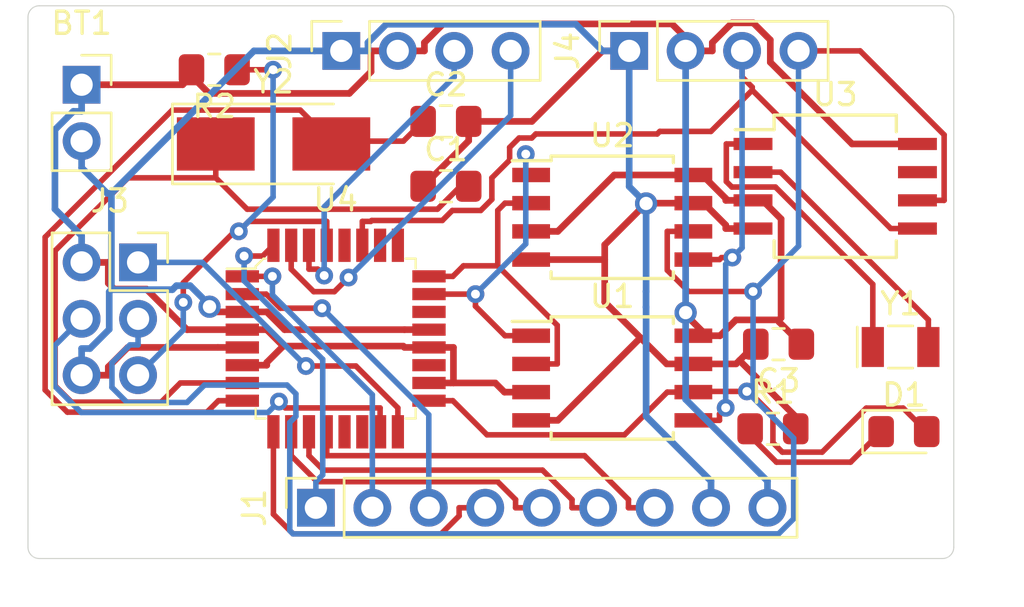
<source format=kicad_pcb>
(kicad_pcb (version 20171130) (host pcbnew "(5.1.4)-1")

  (general
    (thickness 1.6)
    (drawings 8)
    (tracks 369)
    (zones 0)
    (modules 17)
    (nets 32)
  )

  (page A4)
  (title_block
    (title "Battery Powered Arduino Clone with Clock and Extended EEPROM")
    (date 2019-10-15)
    (rev 1)
    (company "University of Houston")
    (comment 1 "Designed by Prudhvi Thota")
  )

  (layers
    (0 F.Cu signal)
    (1 In1.Cu power)
    (2 In2.Cu power)
    (31 B.Cu signal)
    (32 B.Adhes user)
    (33 F.Adhes user)
    (34 B.Paste user)
    (35 F.Paste user)
    (36 B.SilkS user)
    (37 F.SilkS user)
    (38 B.Mask user)
    (39 F.Mask user)
    (40 Dwgs.User user)
    (41 Cmts.User user)
    (42 Eco1.User user)
    (43 Eco2.User user)
    (44 Edge.Cuts user)
    (45 Margin user)
    (46 B.CrtYd user)
    (47 F.CrtYd user)
    (48 B.Fab user)
    (49 F.Fab user)
  )

  (setup
    (last_trace_width 0.25)
    (user_trace_width 0.3)
    (trace_clearance 0.2)
    (zone_clearance 0.508)
    (zone_45_only no)
    (trace_min 0.2)
    (via_size 0.8)
    (via_drill 0.4)
    (via_min_size 0.4)
    (via_min_drill 0.3)
    (user_via 1 0.6)
    (uvia_size 0.3)
    (uvia_drill 0.1)
    (uvias_allowed no)
    (uvia_min_size 0.2)
    (uvia_min_drill 0.1)
    (edge_width 0.05)
    (segment_width 0.2)
    (pcb_text_width 0.3)
    (pcb_text_size 1.5 1.5)
    (mod_edge_width 0.12)
    (mod_text_size 1 1)
    (mod_text_width 0.15)
    (pad_size 1.524 1.524)
    (pad_drill 0.762)
    (pad_to_mask_clearance 0.051)
    (solder_mask_min_width 0.25)
    (aux_axis_origin 0 0)
    (visible_elements FFFFFF7F)
    (pcbplotparams
      (layerselection 0x010fc_ffffffff)
      (usegerberextensions false)
      (usegerberattributes false)
      (usegerberadvancedattributes false)
      (creategerberjobfile false)
      (excludeedgelayer true)
      (linewidth 0.100000)
      (plotframeref false)
      (viasonmask false)
      (mode 1)
      (useauxorigin false)
      (hpglpennumber 1)
      (hpglpenspeed 20)
      (hpglpendiameter 15.000000)
      (psnegative false)
      (psa4output false)
      (plotreference true)
      (plotvalue true)
      (plotinvisibletext false)
      (padsonsilk false)
      (subtractmaskfromsilk false)
      (outputformat 1)
      (mirror false)
      (drillshape 1)
      (scaleselection 1)
      (outputdirectory ""))
  )

  (net 0 "")
  (net 1 /Vcc)
  (net 2 GNDPWR)
  (net 3 "Net-(C1-Pad2)")
  (net 4 "Net-(C2-Pad1)")
  (net 5 "Net-(D1-Pad1)")
  (net 6 /SCK)
  (net 7 /D2)
  (net 8 /D3)
  (net 9 /D4)
  (net 10 /D5)
  (net 11 /D6)
  (net 12 /D7)
  (net 13 /D8)
  (net 14 /RX)
  (net 15 /TX)
  (net 16 /MISO)
  (net 17 /MOSI)
  (net 18 /RESET)
  (net 19 /SDA)
  (net 20 /ADDS1)
  (net 21 /ADDS2)
  (net 22 "Net-(U3-Pad1)")
  (net 23 "Net-(U3-Pad2)")
  (net 24 "Net-(U3-Pad7)")
  (net 25 "Net-(U4-Pad13)")
  (net 26 "Net-(U4-Pad14)")
  (net 27 "Net-(U4-Pad19)")
  (net 28 "Net-(U4-Pad22)")
  (net 29 "Net-(U4-Pad25)")
  (net 30 "Net-(U4-Pad26)")
  (net 31 "Net-(U4-Pad28)")

  (net_class Default "This is the default net class."
    (clearance 0.2)
    (trace_width 0.25)
    (via_dia 0.8)
    (via_drill 0.4)
    (uvia_dia 0.3)
    (uvia_drill 0.1)
    (add_net /ADDS1)
    (add_net /ADDS2)
    (add_net /D2)
    (add_net /D3)
    (add_net /D4)
    (add_net /D5)
    (add_net /D6)
    (add_net /D7)
    (add_net /D8)
    (add_net /MISO)
    (add_net /MOSI)
    (add_net /RESET)
    (add_net /RX)
    (add_net /SCK)
    (add_net /SDA)
    (add_net /TX)
    (add_net "Net-(C1-Pad2)")
    (add_net "Net-(C2-Pad1)")
    (add_net "Net-(D1-Pad1)")
    (add_net "Net-(U3-Pad1)")
    (add_net "Net-(U3-Pad2)")
    (add_net "Net-(U3-Pad7)")
    (add_net "Net-(U4-Pad13)")
    (add_net "Net-(U4-Pad14)")
    (add_net "Net-(U4-Pad19)")
    (add_net "Net-(U4-Pad22)")
    (add_net "Net-(U4-Pad25)")
    (add_net "Net-(U4-Pad26)")
    (add_net "Net-(U4-Pad28)")
  )

  (net_class "Power " ""
    (clearance 0.2)
    (trace_width 0.3)
    (via_dia 1)
    (via_drill 0.6)
    (uvia_dia 0.3)
    (uvia_drill 0.1)
    (add_net /Vcc)
    (add_net GNDPWR)
  )

  (module Connector_PinSocket_2.54mm:PinSocket_1x02_P2.54mm_Vertical (layer F.Cu) (tedit 5A19A420) (tstamp 5DA66A48)
    (at 73.533 77.724)
    (descr "Through hole straight socket strip, 1x02, 2.54mm pitch, single row (from Kicad 4.0.7), script generated")
    (tags "Through hole socket strip THT 1x02 2.54mm single row")
    (path /5DA5FF01)
    (fp_text reference BT1 (at 0 -2.77) (layer F.SilkS)
      (effects (font (size 1 1) (thickness 0.15)))
    )
    (fp_text value Battery3V (at 0 5.31) (layer F.Fab)
      (effects (font (size 1 1) (thickness 0.15)))
    )
    (fp_line (start -1.27 -1.27) (end 0.635 -1.27) (layer F.Fab) (width 0.1))
    (fp_line (start 0.635 -1.27) (end 1.27 -0.635) (layer F.Fab) (width 0.1))
    (fp_line (start 1.27 -0.635) (end 1.27 3.81) (layer F.Fab) (width 0.1))
    (fp_line (start 1.27 3.81) (end -1.27 3.81) (layer F.Fab) (width 0.1))
    (fp_line (start -1.27 3.81) (end -1.27 -1.27) (layer F.Fab) (width 0.1))
    (fp_line (start -1.33 1.27) (end 1.33 1.27) (layer F.SilkS) (width 0.12))
    (fp_line (start -1.33 1.27) (end -1.33 3.87) (layer F.SilkS) (width 0.12))
    (fp_line (start -1.33 3.87) (end 1.33 3.87) (layer F.SilkS) (width 0.12))
    (fp_line (start 1.33 1.27) (end 1.33 3.87) (layer F.SilkS) (width 0.12))
    (fp_line (start 1.33 -1.33) (end 1.33 0) (layer F.SilkS) (width 0.12))
    (fp_line (start 0 -1.33) (end 1.33 -1.33) (layer F.SilkS) (width 0.12))
    (fp_line (start -1.8 -1.8) (end 1.75 -1.8) (layer F.CrtYd) (width 0.05))
    (fp_line (start 1.75 -1.8) (end 1.75 4.3) (layer F.CrtYd) (width 0.05))
    (fp_line (start 1.75 4.3) (end -1.8 4.3) (layer F.CrtYd) (width 0.05))
    (fp_line (start -1.8 4.3) (end -1.8 -1.8) (layer F.CrtYd) (width 0.05))
    (fp_text user %R (at 0 1.27 90) (layer F.Fab)
      (effects (font (size 1 1) (thickness 0.15)))
    )
    (pad 1 thru_hole rect (at 0 0) (size 1.7 1.7) (drill 1) (layers *.Cu *.Mask)
      (net 1 /Vcc))
    (pad 2 thru_hole oval (at 0 2.54) (size 1.7 1.7) (drill 1) (layers *.Cu *.Mask)
      (net 2 GNDPWR))
    (model ${KISYS3DMOD}/Connector_PinSocket_2.54mm.3dshapes/PinSocket_1x02_P2.54mm_Vertical.wrl
      (at (xyz 0 0 0))
      (scale (xyz 1 1 1))
      (rotate (xyz 0 0 0))
    )
  )

  (module Capacitor_SMD:C_0805_2012Metric_Pad1.15x1.40mm_HandSolder (layer F.Cu) (tedit 5B36C52B) (tstamp 5DA66A59)
    (at 89.925 82.296)
    (descr "Capacitor SMD 0805 (2012 Metric), square (rectangular) end terminal, IPC_7351 nominal with elongated pad for handsoldering. (Body size source: https://docs.google.com/spreadsheets/d/1BsfQQcO9C6DZCsRaXUlFlo91Tg2WpOkGARC1WS5S8t0/edit?usp=sharing), generated with kicad-footprint-generator")
    (tags "capacitor handsolder")
    (path /5DA60F7B)
    (attr smd)
    (fp_text reference C1 (at 0 -1.65) (layer F.SilkS)
      (effects (font (size 1 1) (thickness 0.15)))
    )
    (fp_text value 22pF (at 0 1.65) (layer F.Fab)
      (effects (font (size 1 1) (thickness 0.15)))
    )
    (fp_line (start -1 0.6) (end -1 -0.6) (layer F.Fab) (width 0.1))
    (fp_line (start -1 -0.6) (end 1 -0.6) (layer F.Fab) (width 0.1))
    (fp_line (start 1 -0.6) (end 1 0.6) (layer F.Fab) (width 0.1))
    (fp_line (start 1 0.6) (end -1 0.6) (layer F.Fab) (width 0.1))
    (fp_line (start -0.261252 -0.71) (end 0.261252 -0.71) (layer F.SilkS) (width 0.12))
    (fp_line (start -0.261252 0.71) (end 0.261252 0.71) (layer F.SilkS) (width 0.12))
    (fp_line (start -1.85 0.95) (end -1.85 -0.95) (layer F.CrtYd) (width 0.05))
    (fp_line (start -1.85 -0.95) (end 1.85 -0.95) (layer F.CrtYd) (width 0.05))
    (fp_line (start 1.85 -0.95) (end 1.85 0.95) (layer F.CrtYd) (width 0.05))
    (fp_line (start 1.85 0.95) (end -1.85 0.95) (layer F.CrtYd) (width 0.05))
    (fp_text user %R (at 0 0) (layer F.Fab)
      (effects (font (size 0.5 0.5) (thickness 0.08)))
    )
    (pad 1 smd roundrect (at -1.025 0) (size 1.15 1.4) (layers F.Cu F.Paste F.Mask) (roundrect_rratio 0.217391)
      (net 2 GNDPWR))
    (pad 2 smd roundrect (at 1.025 0) (size 1.15 1.4) (layers F.Cu F.Paste F.Mask) (roundrect_rratio 0.217391)
      (net 3 "Net-(C1-Pad2)"))
    (model ${KISYS3DMOD}/Capacitor_SMD.3dshapes/C_0805_2012Metric.wrl
      (at (xyz 0 0 0))
      (scale (xyz 1 1 1))
      (rotate (xyz 0 0 0))
    )
  )

  (module Capacitor_SMD:C_0805_2012Metric_Pad1.15x1.40mm_HandSolder (layer F.Cu) (tedit 5B36C52B) (tstamp 5DA67DC8)
    (at 89.925 79.375)
    (descr "Capacitor SMD 0805 (2012 Metric), square (rectangular) end terminal, IPC_7351 nominal with elongated pad for handsoldering. (Body size source: https://docs.google.com/spreadsheets/d/1BsfQQcO9C6DZCsRaXUlFlo91Tg2WpOkGARC1WS5S8t0/edit?usp=sharing), generated with kicad-footprint-generator")
    (tags "capacitor handsolder")
    (path /5DA61182)
    (attr smd)
    (fp_text reference C2 (at 0 -1.65) (layer F.SilkS)
      (effects (font (size 1 1) (thickness 0.15)))
    )
    (fp_text value 22pF (at 0 1.65) (layer F.Fab)
      (effects (font (size 1 1) (thickness 0.15)))
    )
    (fp_text user %R (at 0 0) (layer F.Fab)
      (effects (font (size 0.5 0.5) (thickness 0.08)))
    )
    (fp_line (start 1.85 0.95) (end -1.85 0.95) (layer F.CrtYd) (width 0.05))
    (fp_line (start 1.85 -0.95) (end 1.85 0.95) (layer F.CrtYd) (width 0.05))
    (fp_line (start -1.85 -0.95) (end 1.85 -0.95) (layer F.CrtYd) (width 0.05))
    (fp_line (start -1.85 0.95) (end -1.85 -0.95) (layer F.CrtYd) (width 0.05))
    (fp_line (start -0.261252 0.71) (end 0.261252 0.71) (layer F.SilkS) (width 0.12))
    (fp_line (start -0.261252 -0.71) (end 0.261252 -0.71) (layer F.SilkS) (width 0.12))
    (fp_line (start 1 0.6) (end -1 0.6) (layer F.Fab) (width 0.1))
    (fp_line (start 1 -0.6) (end 1 0.6) (layer F.Fab) (width 0.1))
    (fp_line (start -1 -0.6) (end 1 -0.6) (layer F.Fab) (width 0.1))
    (fp_line (start -1 0.6) (end -1 -0.6) (layer F.Fab) (width 0.1))
    (pad 2 smd roundrect (at 1.025 0) (size 1.15 1.4) (layers F.Cu F.Paste F.Mask) (roundrect_rratio 0.217391)
      (net 2 GNDPWR))
    (pad 1 smd roundrect (at -1.025 0) (size 1.15 1.4) (layers F.Cu F.Paste F.Mask) (roundrect_rratio 0.217391)
      (net 4 "Net-(C2-Pad1)"))
    (model ${KISYS3DMOD}/Capacitor_SMD.3dshapes/C_0805_2012Metric.wrl
      (at (xyz 0 0 0))
      (scale (xyz 1 1 1))
      (rotate (xyz 0 0 0))
    )
  )

  (module Capacitor_SMD:C_0805_2012Metric_Pad1.15x1.40mm_HandSolder (layer F.Cu) (tedit 5B36C52B) (tstamp 5DA679EC)
    (at 104.893 89.408 180)
    (descr "Capacitor SMD 0805 (2012 Metric), square (rectangular) end terminal, IPC_7351 nominal with elongated pad for handsoldering. (Body size source: https://docs.google.com/spreadsheets/d/1BsfQQcO9C6DZCsRaXUlFlo91Tg2WpOkGARC1WS5S8t0/edit?usp=sharing), generated with kicad-footprint-generator")
    (tags "capacitor handsolder")
    (path /5DA61553)
    (attr smd)
    (fp_text reference C3 (at 0 -1.65) (layer F.SilkS)
      (effects (font (size 1 1) (thickness 0.15)))
    )
    (fp_text value 10uF (at 0 1.65) (layer F.Fab)
      (effects (font (size 1 1) (thickness 0.15)))
    )
    (fp_line (start -1 0.6) (end -1 -0.6) (layer F.Fab) (width 0.1))
    (fp_line (start -1 -0.6) (end 1 -0.6) (layer F.Fab) (width 0.1))
    (fp_line (start 1 -0.6) (end 1 0.6) (layer F.Fab) (width 0.1))
    (fp_line (start 1 0.6) (end -1 0.6) (layer F.Fab) (width 0.1))
    (fp_line (start -0.261252 -0.71) (end 0.261252 -0.71) (layer F.SilkS) (width 0.12))
    (fp_line (start -0.261252 0.71) (end 0.261252 0.71) (layer F.SilkS) (width 0.12))
    (fp_line (start -1.85 0.95) (end -1.85 -0.95) (layer F.CrtYd) (width 0.05))
    (fp_line (start -1.85 -0.95) (end 1.85 -0.95) (layer F.CrtYd) (width 0.05))
    (fp_line (start 1.85 -0.95) (end 1.85 0.95) (layer F.CrtYd) (width 0.05))
    (fp_line (start 1.85 0.95) (end -1.85 0.95) (layer F.CrtYd) (width 0.05))
    (fp_text user %R (at 0 0) (layer F.Fab)
      (effects (font (size 0.5 0.5) (thickness 0.08)))
    )
    (pad 1 smd roundrect (at -1.025 0 180) (size 1.15 1.4) (layers F.Cu F.Paste F.Mask) (roundrect_rratio 0.217391)
      (net 1 /Vcc))
    (pad 2 smd roundrect (at 1.025 0 180) (size 1.15 1.4) (layers F.Cu F.Paste F.Mask) (roundrect_rratio 0.217391)
      (net 2 GNDPWR))
    (model ${KISYS3DMOD}/Capacitor_SMD.3dshapes/C_0805_2012Metric.wrl
      (at (xyz 0 0 0))
      (scale (xyz 1 1 1))
      (rotate (xyz 0 0 0))
    )
  )

  (module LED_SMD:LED_0805_2012Metric_Pad1.15x1.40mm_HandSolder (layer F.Cu) (tedit 5B4B45C9) (tstamp 5DA66A8E)
    (at 110.533 93.345)
    (descr "LED SMD 0805 (2012 Metric), square (rectangular) end terminal, IPC_7351 nominal, (Body size source: https://docs.google.com/spreadsheets/d/1BsfQQcO9C6DZCsRaXUlFlo91Tg2WpOkGARC1WS5S8t0/edit?usp=sharing), generated with kicad-footprint-generator")
    (tags "LED handsolder")
    (path /5DA61A1F)
    (attr smd)
    (fp_text reference D1 (at 0 -1.65) (layer F.SilkS)
      (effects (font (size 1 1) (thickness 0.15)))
    )
    (fp_text value LED (at 0 1.65) (layer F.Fab)
      (effects (font (size 1 1) (thickness 0.15)))
    )
    (fp_line (start 1 -0.6) (end -0.7 -0.6) (layer F.Fab) (width 0.1))
    (fp_line (start -0.7 -0.6) (end -1 -0.3) (layer F.Fab) (width 0.1))
    (fp_line (start -1 -0.3) (end -1 0.6) (layer F.Fab) (width 0.1))
    (fp_line (start -1 0.6) (end 1 0.6) (layer F.Fab) (width 0.1))
    (fp_line (start 1 0.6) (end 1 -0.6) (layer F.Fab) (width 0.1))
    (fp_line (start 1 -0.96) (end -1.86 -0.96) (layer F.SilkS) (width 0.12))
    (fp_line (start -1.86 -0.96) (end -1.86 0.96) (layer F.SilkS) (width 0.12))
    (fp_line (start -1.86 0.96) (end 1 0.96) (layer F.SilkS) (width 0.12))
    (fp_line (start -1.85 0.95) (end -1.85 -0.95) (layer F.CrtYd) (width 0.05))
    (fp_line (start -1.85 -0.95) (end 1.85 -0.95) (layer F.CrtYd) (width 0.05))
    (fp_line (start 1.85 -0.95) (end 1.85 0.95) (layer F.CrtYd) (width 0.05))
    (fp_line (start 1.85 0.95) (end -1.85 0.95) (layer F.CrtYd) (width 0.05))
    (fp_text user %R (at 0 0) (layer F.Fab)
      (effects (font (size 0.5 0.5) (thickness 0.08)))
    )
    (pad 1 smd roundrect (at -1.025 0) (size 1.15 1.4) (layers F.Cu F.Paste F.Mask) (roundrect_rratio 0.217391)
      (net 5 "Net-(D1-Pad1)"))
    (pad 2 smd roundrect (at 1.025 0) (size 1.15 1.4) (layers F.Cu F.Paste F.Mask) (roundrect_rratio 0.217391)
      (net 6 /SCK))
    (model ${KISYS3DMOD}/LED_SMD.3dshapes/LED_0805_2012Metric.wrl
      (at (xyz 0 0 0))
      (scale (xyz 1 1 1))
      (rotate (xyz 0 0 0))
    )
  )

  (module Connector_PinSocket_2.54mm:PinSocket_1x09_P2.54mm_Vertical (layer F.Cu) (tedit 5A19A431) (tstamp 5DA66AAB)
    (at 84.074 96.774 90)
    (descr "Through hole straight socket strip, 1x09, 2.54mm pitch, single row (from Kicad 4.0.7), script generated")
    (tags "Through hole socket strip THT 1x09 2.54mm single row")
    (path /5DA64665/5DA69CA3)
    (fp_text reference J1 (at 0 -2.77 90) (layer F.SilkS)
      (effects (font (size 1 1) (thickness 0.15)))
    )
    (fp_text value "Digital pins" (at 0 23.09 90) (layer F.Fab)
      (effects (font (size 1 1) (thickness 0.15)))
    )
    (fp_line (start -1.27 -1.27) (end 0.635 -1.27) (layer F.Fab) (width 0.1))
    (fp_line (start 0.635 -1.27) (end 1.27 -0.635) (layer F.Fab) (width 0.1))
    (fp_line (start 1.27 -0.635) (end 1.27 21.59) (layer F.Fab) (width 0.1))
    (fp_line (start 1.27 21.59) (end -1.27 21.59) (layer F.Fab) (width 0.1))
    (fp_line (start -1.27 21.59) (end -1.27 -1.27) (layer F.Fab) (width 0.1))
    (fp_line (start -1.33 1.27) (end 1.33 1.27) (layer F.SilkS) (width 0.12))
    (fp_line (start -1.33 1.27) (end -1.33 21.65) (layer F.SilkS) (width 0.12))
    (fp_line (start -1.33 21.65) (end 1.33 21.65) (layer F.SilkS) (width 0.12))
    (fp_line (start 1.33 1.27) (end 1.33 21.65) (layer F.SilkS) (width 0.12))
    (fp_line (start 1.33 -1.33) (end 1.33 0) (layer F.SilkS) (width 0.12))
    (fp_line (start 0 -1.33) (end 1.33 -1.33) (layer F.SilkS) (width 0.12))
    (fp_line (start -1.8 -1.8) (end 1.75 -1.8) (layer F.CrtYd) (width 0.05))
    (fp_line (start 1.75 -1.8) (end 1.75 22.1) (layer F.CrtYd) (width 0.05))
    (fp_line (start 1.75 22.1) (end -1.8 22.1) (layer F.CrtYd) (width 0.05))
    (fp_line (start -1.8 22.1) (end -1.8 -1.8) (layer F.CrtYd) (width 0.05))
    (fp_text user %R (at 0 10.16) (layer F.Fab)
      (effects (font (size 1 1) (thickness 0.15)))
    )
    (pad 1 thru_hole rect (at 0 0 90) (size 1.7 1.7) (drill 1) (layers *.Cu *.Mask)
      (net 7 /D2))
    (pad 2 thru_hole oval (at 0 2.54 90) (size 1.7 1.7) (drill 1) (layers *.Cu *.Mask)
      (net 8 /D3))
    (pad 3 thru_hole oval (at 0 5.08 90) (size 1.7 1.7) (drill 1) (layers *.Cu *.Mask)
      (net 9 /D4))
    (pad 4 thru_hole oval (at 0 7.62 90) (size 1.7 1.7) (drill 1) (layers *.Cu *.Mask)
      (net 10 /D5))
    (pad 5 thru_hole oval (at 0 10.16 90) (size 1.7 1.7) (drill 1) (layers *.Cu *.Mask)
      (net 11 /D6))
    (pad 6 thru_hole oval (at 0 12.7 90) (size 1.7 1.7) (drill 1) (layers *.Cu *.Mask)
      (net 12 /D7))
    (pad 7 thru_hole oval (at 0 15.24 90) (size 1.7 1.7) (drill 1) (layers *.Cu *.Mask)
      (net 13 /D8))
    (pad 8 thru_hole oval (at 0 17.78 90) (size 1.7 1.7) (drill 1) (layers *.Cu *.Mask)
      (net 2 GNDPWR))
    (pad 9 thru_hole oval (at 0 20.32 90) (size 1.7 1.7) (drill 1) (layers *.Cu *.Mask)
      (net 1 /Vcc))
    (model ${KISYS3DMOD}/Connector_PinSocket_2.54mm.3dshapes/PinSocket_1x09_P2.54mm_Vertical.wrl
      (at (xyz 0 0 0))
      (scale (xyz 1 1 1))
      (rotate (xyz 0 0 0))
    )
  )

  (module Connector_PinSocket_2.54mm:PinSocket_1x04_P2.54mm_Vertical (layer F.Cu) (tedit 5A19A429) (tstamp 5DA66AC3)
    (at 85.217 76.2 90)
    (descr "Through hole straight socket strip, 1x04, 2.54mm pitch, single row (from Kicad 4.0.7), script generated")
    (tags "Through hole socket strip THT 1x04 2.54mm single row")
    (path /5DA64665/5DA6BCAE)
    (fp_text reference J2 (at 0 -2.77 90) (layer F.SilkS)
      (effects (font (size 1 1) (thickness 0.15)))
    )
    (fp_text value Serial (at 0 10.39 90) (layer F.Fab)
      (effects (font (size 1 1) (thickness 0.15)))
    )
    (fp_line (start -1.27 -1.27) (end 0.635 -1.27) (layer F.Fab) (width 0.1))
    (fp_line (start 0.635 -1.27) (end 1.27 -0.635) (layer F.Fab) (width 0.1))
    (fp_line (start 1.27 -0.635) (end 1.27 8.89) (layer F.Fab) (width 0.1))
    (fp_line (start 1.27 8.89) (end -1.27 8.89) (layer F.Fab) (width 0.1))
    (fp_line (start -1.27 8.89) (end -1.27 -1.27) (layer F.Fab) (width 0.1))
    (fp_line (start -1.33 1.27) (end 1.33 1.27) (layer F.SilkS) (width 0.12))
    (fp_line (start -1.33 1.27) (end -1.33 8.95) (layer F.SilkS) (width 0.12))
    (fp_line (start -1.33 8.95) (end 1.33 8.95) (layer F.SilkS) (width 0.12))
    (fp_line (start 1.33 1.27) (end 1.33 8.95) (layer F.SilkS) (width 0.12))
    (fp_line (start 1.33 -1.33) (end 1.33 0) (layer F.SilkS) (width 0.12))
    (fp_line (start 0 -1.33) (end 1.33 -1.33) (layer F.SilkS) (width 0.12))
    (fp_line (start -1.8 -1.8) (end 1.75 -1.8) (layer F.CrtYd) (width 0.05))
    (fp_line (start 1.75 -1.8) (end 1.75 9.4) (layer F.CrtYd) (width 0.05))
    (fp_line (start 1.75 9.4) (end -1.8 9.4) (layer F.CrtYd) (width 0.05))
    (fp_line (start -1.8 9.4) (end -1.8 -1.8) (layer F.CrtYd) (width 0.05))
    (fp_text user %R (at 0 3.81) (layer F.Fab)
      (effects (font (size 1 1) (thickness 0.15)))
    )
    (pad 1 thru_hole rect (at 0 0 90) (size 1.7 1.7) (drill 1) (layers *.Cu *.Mask)
      (net 2 GNDPWR))
    (pad 2 thru_hole oval (at 0 2.54 90) (size 1.7 1.7) (drill 1) (layers *.Cu *.Mask)
      (net 1 /Vcc))
    (pad 3 thru_hole oval (at 0 5.08 90) (size 1.7 1.7) (drill 1) (layers *.Cu *.Mask)
      (net 14 /RX))
    (pad 4 thru_hole oval (at 0 7.62 90) (size 1.7 1.7) (drill 1) (layers *.Cu *.Mask)
      (net 15 /TX))
    (model ${KISYS3DMOD}/Connector_PinSocket_2.54mm.3dshapes/PinSocket_1x04_P2.54mm_Vertical.wrl
      (at (xyz 0 0 0))
      (scale (xyz 1 1 1))
      (rotate (xyz 0 0 0))
    )
  )

  (module Connector_PinSocket_2.54mm:PinSocket_2x03_P2.54mm_Vertical (layer F.Cu) (tedit 5A19A425) (tstamp 5DA66ADF)
    (at 76.073 85.725)
    (descr "Through hole straight socket strip, 2x03, 2.54mm pitch, double cols (from Kicad 4.0.7), script generated")
    (tags "Through hole socket strip THT 2x03 2.54mm double row")
    (path /5DA64665/5DA6AF0D)
    (fp_text reference J3 (at -1.27 -2.77) (layer F.SilkS)
      (effects (font (size 1 1) (thickness 0.15)))
    )
    (fp_text value ICSP (at -1.27 7.85) (layer F.Fab)
      (effects (font (size 1 1) (thickness 0.15)))
    )
    (fp_line (start -3.81 -1.27) (end 0.27 -1.27) (layer F.Fab) (width 0.1))
    (fp_line (start 0.27 -1.27) (end 1.27 -0.27) (layer F.Fab) (width 0.1))
    (fp_line (start 1.27 -0.27) (end 1.27 6.35) (layer F.Fab) (width 0.1))
    (fp_line (start 1.27 6.35) (end -3.81 6.35) (layer F.Fab) (width 0.1))
    (fp_line (start -3.81 6.35) (end -3.81 -1.27) (layer F.Fab) (width 0.1))
    (fp_line (start -3.87 -1.33) (end -1.27 -1.33) (layer F.SilkS) (width 0.12))
    (fp_line (start -3.87 -1.33) (end -3.87 6.41) (layer F.SilkS) (width 0.12))
    (fp_line (start -3.87 6.41) (end 1.33 6.41) (layer F.SilkS) (width 0.12))
    (fp_line (start 1.33 1.27) (end 1.33 6.41) (layer F.SilkS) (width 0.12))
    (fp_line (start -1.27 1.27) (end 1.33 1.27) (layer F.SilkS) (width 0.12))
    (fp_line (start -1.27 -1.33) (end -1.27 1.27) (layer F.SilkS) (width 0.12))
    (fp_line (start 1.33 -1.33) (end 1.33 0) (layer F.SilkS) (width 0.12))
    (fp_line (start 0 -1.33) (end 1.33 -1.33) (layer F.SilkS) (width 0.12))
    (fp_line (start -4.34 -1.8) (end 1.76 -1.8) (layer F.CrtYd) (width 0.05))
    (fp_line (start 1.76 -1.8) (end 1.76 6.85) (layer F.CrtYd) (width 0.05))
    (fp_line (start 1.76 6.85) (end -4.34 6.85) (layer F.CrtYd) (width 0.05))
    (fp_line (start -4.34 6.85) (end -4.34 -1.8) (layer F.CrtYd) (width 0.05))
    (fp_text user %R (at -1.27 2.54 90) (layer F.Fab)
      (effects (font (size 1 1) (thickness 0.15)))
    )
    (pad 1 thru_hole rect (at 0 0) (size 1.7 1.7) (drill 1) (layers *.Cu *.Mask)
      (net 16 /MISO))
    (pad 2 thru_hole oval (at -2.54 0) (size 1.7 1.7) (drill 1) (layers *.Cu *.Mask)
      (net 1 /Vcc))
    (pad 3 thru_hole oval (at 0 2.54) (size 1.7 1.7) (drill 1) (layers *.Cu *.Mask)
      (net 6 /SCK))
    (pad 4 thru_hole oval (at -2.54 2.54) (size 1.7 1.7) (drill 1) (layers *.Cu *.Mask)
      (net 17 /MOSI))
    (pad 5 thru_hole oval (at 0 5.08) (size 1.7 1.7) (drill 1) (layers *.Cu *.Mask)
      (net 18 /RESET))
    (pad 6 thru_hole oval (at -2.54 5.08) (size 1.7 1.7) (drill 1) (layers *.Cu *.Mask)
      (net 2 GNDPWR))
    (model ${KISYS3DMOD}/Connector_PinSocket_2.54mm.3dshapes/PinSocket_2x03_P2.54mm_Vertical.wrl
      (at (xyz 0 0 0))
      (scale (xyz 1 1 1))
      (rotate (xyz 0 0 0))
    )
  )

  (module Connector_PinSocket_2.54mm:PinSocket_1x04_P2.54mm_Vertical (layer F.Cu) (tedit 5A19A429) (tstamp 5DA67F6E)
    (at 98.171 76.2 90)
    (descr "Through hole straight socket strip, 1x04, 2.54mm pitch, single row (from Kicad 4.0.7), script generated")
    (tags "Through hole socket strip THT 1x04 2.54mm single row")
    (path /5DA64665/5DA6A930)
    (fp_text reference J4 (at 0 -2.77 90) (layer F.SilkS)
      (effects (font (size 1 1) (thickness 0.15)))
    )
    (fp_text value I2C (at 0 10.39 90) (layer F.Fab)
      (effects (font (size 1 1) (thickness 0.15)))
    )
    (fp_text user %R (at 0 3.81) (layer F.Fab)
      (effects (font (size 1 1) (thickness 0.15)))
    )
    (fp_line (start -1.8 9.4) (end -1.8 -1.8) (layer F.CrtYd) (width 0.05))
    (fp_line (start 1.75 9.4) (end -1.8 9.4) (layer F.CrtYd) (width 0.05))
    (fp_line (start 1.75 -1.8) (end 1.75 9.4) (layer F.CrtYd) (width 0.05))
    (fp_line (start -1.8 -1.8) (end 1.75 -1.8) (layer F.CrtYd) (width 0.05))
    (fp_line (start 0 -1.33) (end 1.33 -1.33) (layer F.SilkS) (width 0.12))
    (fp_line (start 1.33 -1.33) (end 1.33 0) (layer F.SilkS) (width 0.12))
    (fp_line (start 1.33 1.27) (end 1.33 8.95) (layer F.SilkS) (width 0.12))
    (fp_line (start -1.33 8.95) (end 1.33 8.95) (layer F.SilkS) (width 0.12))
    (fp_line (start -1.33 1.27) (end -1.33 8.95) (layer F.SilkS) (width 0.12))
    (fp_line (start -1.33 1.27) (end 1.33 1.27) (layer F.SilkS) (width 0.12))
    (fp_line (start -1.27 8.89) (end -1.27 -1.27) (layer F.Fab) (width 0.1))
    (fp_line (start 1.27 8.89) (end -1.27 8.89) (layer F.Fab) (width 0.1))
    (fp_line (start 1.27 -0.635) (end 1.27 8.89) (layer F.Fab) (width 0.1))
    (fp_line (start 0.635 -1.27) (end 1.27 -0.635) (layer F.Fab) (width 0.1))
    (fp_line (start -1.27 -1.27) (end 0.635 -1.27) (layer F.Fab) (width 0.1))
    (pad 4 thru_hole oval (at 0 7.62 90) (size 1.7 1.7) (drill 1) (layers *.Cu *.Mask)
      (net 6 /SCK))
    (pad 3 thru_hole oval (at 0 5.08 90) (size 1.7 1.7) (drill 1) (layers *.Cu *.Mask)
      (net 19 /SDA))
    (pad 2 thru_hole oval (at 0 2.54 90) (size 1.7 1.7) (drill 1) (layers *.Cu *.Mask)
      (net 1 /Vcc))
    (pad 1 thru_hole rect (at 0 0 90) (size 1.7 1.7) (drill 1) (layers *.Cu *.Mask)
      (net 2 GNDPWR))
    (model ${KISYS3DMOD}/Connector_PinSocket_2.54mm.3dshapes/PinSocket_1x04_P2.54mm_Vertical.wrl
      (at (xyz 0 0 0))
      (scale (xyz 1 1 1))
      (rotate (xyz 0 0 0))
    )
  )

  (module Resistor_SMD:R_0805_2012Metric_Pad1.15x1.40mm_HandSolder (layer F.Cu) (tedit 5B36C52B) (tstamp 5DA66B08)
    (at 104.639 93.218)
    (descr "Resistor SMD 0805 (2012 Metric), square (rectangular) end terminal, IPC_7351 nominal with elongated pad for handsoldering. (Body size source: https://docs.google.com/spreadsheets/d/1BsfQQcO9C6DZCsRaXUlFlo91Tg2WpOkGARC1WS5S8t0/edit?usp=sharing), generated with kicad-footprint-generator")
    (tags "resistor handsolder")
    (path /5DA62094)
    (attr smd)
    (fp_text reference R1 (at 0 -1.65) (layer F.SilkS)
      (effects (font (size 1 1) (thickness 0.15)))
    )
    (fp_text value 330Ohm (at 0 1.65) (layer F.Fab)
      (effects (font (size 1 1) (thickness 0.15)))
    )
    (fp_text user %R (at 0 0) (layer F.Fab)
      (effects (font (size 0.5 0.5) (thickness 0.08)))
    )
    (fp_line (start 1.85 0.95) (end -1.85 0.95) (layer F.CrtYd) (width 0.05))
    (fp_line (start 1.85 -0.95) (end 1.85 0.95) (layer F.CrtYd) (width 0.05))
    (fp_line (start -1.85 -0.95) (end 1.85 -0.95) (layer F.CrtYd) (width 0.05))
    (fp_line (start -1.85 0.95) (end -1.85 -0.95) (layer F.CrtYd) (width 0.05))
    (fp_line (start -0.261252 0.71) (end 0.261252 0.71) (layer F.SilkS) (width 0.12))
    (fp_line (start -0.261252 -0.71) (end 0.261252 -0.71) (layer F.SilkS) (width 0.12))
    (fp_line (start 1 0.6) (end -1 0.6) (layer F.Fab) (width 0.1))
    (fp_line (start 1 -0.6) (end 1 0.6) (layer F.Fab) (width 0.1))
    (fp_line (start -1 -0.6) (end 1 -0.6) (layer F.Fab) (width 0.1))
    (fp_line (start -1 0.6) (end -1 -0.6) (layer F.Fab) (width 0.1))
    (pad 2 smd roundrect (at 1.025 0) (size 1.15 1.4) (layers F.Cu F.Paste F.Mask) (roundrect_rratio 0.217391)
      (net 2 GNDPWR))
    (pad 1 smd roundrect (at -1.025 0) (size 1.15 1.4) (layers F.Cu F.Paste F.Mask) (roundrect_rratio 0.217391)
      (net 5 "Net-(D1-Pad1)"))
    (model ${KISYS3DMOD}/Resistor_SMD.3dshapes/R_0805_2012Metric.wrl
      (at (xyz 0 0 0))
      (scale (xyz 1 1 1))
      (rotate (xyz 0 0 0))
    )
  )

  (module Resistor_SMD:R_0805_2012Metric_Pad1.15x1.40mm_HandSolder (layer F.Cu) (tedit 5B36C52B) (tstamp 5DA6764D)
    (at 79.502 77.05 180)
    (descr "Resistor SMD 0805 (2012 Metric), square (rectangular) end terminal, IPC_7351 nominal with elongated pad for handsoldering. (Body size source: https://docs.google.com/spreadsheets/d/1BsfQQcO9C6DZCsRaXUlFlo91Tg2WpOkGARC1WS5S8t0/edit?usp=sharing), generated with kicad-footprint-generator")
    (tags "resistor handsolder")
    (path /5DA61E17)
    (attr smd)
    (fp_text reference R2 (at 0 -1.65) (layer F.SilkS)
      (effects (font (size 1 1) (thickness 0.15)))
    )
    (fp_text value 10KOhm (at 0 1.65) (layer F.Fab)
      (effects (font (size 1 1) (thickness 0.15)))
    )
    (fp_line (start -1 0.6) (end -1 -0.6) (layer F.Fab) (width 0.1))
    (fp_line (start -1 -0.6) (end 1 -0.6) (layer F.Fab) (width 0.1))
    (fp_line (start 1 -0.6) (end 1 0.6) (layer F.Fab) (width 0.1))
    (fp_line (start 1 0.6) (end -1 0.6) (layer F.Fab) (width 0.1))
    (fp_line (start -0.261252 -0.71) (end 0.261252 -0.71) (layer F.SilkS) (width 0.12))
    (fp_line (start -0.261252 0.71) (end 0.261252 0.71) (layer F.SilkS) (width 0.12))
    (fp_line (start -1.85 0.95) (end -1.85 -0.95) (layer F.CrtYd) (width 0.05))
    (fp_line (start -1.85 -0.95) (end 1.85 -0.95) (layer F.CrtYd) (width 0.05))
    (fp_line (start 1.85 -0.95) (end 1.85 0.95) (layer F.CrtYd) (width 0.05))
    (fp_line (start 1.85 0.95) (end -1.85 0.95) (layer F.CrtYd) (width 0.05))
    (fp_text user %R (at 0 0) (layer F.Fab)
      (effects (font (size 0.5 0.5) (thickness 0.08)))
    )
    (pad 1 smd roundrect (at -1.025 0 180) (size 1.15 1.4) (layers F.Cu F.Paste F.Mask) (roundrect_rratio 0.217391)
      (net 18 /RESET))
    (pad 2 smd roundrect (at 1.025 0 180) (size 1.15 1.4) (layers F.Cu F.Paste F.Mask) (roundrect_rratio 0.217391)
      (net 1 /Vcc))
    (model ${KISYS3DMOD}/Resistor_SMD.3dshapes/R_0805_2012Metric.wrl
      (at (xyz 0 0 0))
      (scale (xyz 1 1 1))
      (rotate (xyz 0 0 0))
    )
  )

  (module Package_SO:SOIJ-8_5.3x5.3mm_P1.27mm (layer F.Cu) (tedit 5A02F2D3) (tstamp 5DA66B36)
    (at 97.409 90.932)
    (descr "8-Lead Plastic Small Outline (SM) - Medium, 5.28 mm Body [SOIC] (see Microchip Packaging Specification 00000049BS.pdf)")
    (tags "SOIC 1.27")
    (path /5DA62BCC)
    (attr smd)
    (fp_text reference U1 (at 0 -3.68) (layer F.SilkS)
      (effects (font (size 1 1) (thickness 0.15)))
    )
    (fp_text value 24LC1025 (at 0 3.68) (layer F.Fab)
      (effects (font (size 1 1) (thickness 0.15)))
    )
    (fp_text user %R (at 0 0) (layer F.Fab)
      (effects (font (size 1 1) (thickness 0.15)))
    )
    (fp_line (start -1.65 -2.65) (end 2.65 -2.65) (layer F.Fab) (width 0.15))
    (fp_line (start 2.65 -2.65) (end 2.65 2.65) (layer F.Fab) (width 0.15))
    (fp_line (start 2.65 2.65) (end -2.65 2.65) (layer F.Fab) (width 0.15))
    (fp_line (start -2.65 2.65) (end -2.65 -1.65) (layer F.Fab) (width 0.15))
    (fp_line (start -2.65 -1.65) (end -1.65 -2.65) (layer F.Fab) (width 0.15))
    (fp_line (start -4.75 -2.95) (end -4.75 2.95) (layer F.CrtYd) (width 0.05))
    (fp_line (start 4.75 -2.95) (end 4.75 2.95) (layer F.CrtYd) (width 0.05))
    (fp_line (start -4.75 -2.95) (end 4.75 -2.95) (layer F.CrtYd) (width 0.05))
    (fp_line (start -4.75 2.95) (end 4.75 2.95) (layer F.CrtYd) (width 0.05))
    (fp_line (start -2.75 -2.755) (end -2.75 -2.55) (layer F.SilkS) (width 0.15))
    (fp_line (start 2.75 -2.755) (end 2.75 -2.455) (layer F.SilkS) (width 0.15))
    (fp_line (start 2.75 2.755) (end 2.75 2.455) (layer F.SilkS) (width 0.15))
    (fp_line (start -2.75 2.755) (end -2.75 2.455) (layer F.SilkS) (width 0.15))
    (fp_line (start -2.75 -2.755) (end 2.75 -2.755) (layer F.SilkS) (width 0.15))
    (fp_line (start -2.75 2.755) (end 2.75 2.755) (layer F.SilkS) (width 0.15))
    (fp_line (start -2.75 -2.55) (end -4.5 -2.55) (layer F.SilkS) (width 0.15))
    (pad 1 smd rect (at -3.65 -1.905) (size 1.7 0.65) (layers F.Cu F.Paste F.Mask)
      (net 20 /ADDS1))
    (pad 2 smd rect (at -3.65 -0.635) (size 1.7 0.65) (layers F.Cu F.Paste F.Mask)
      (net 21 /ADDS2))
    (pad 3 smd rect (at -3.65 0.635) (size 1.7 0.65) (layers F.Cu F.Paste F.Mask)
      (net 1 /Vcc))
    (pad 4 smd rect (at -3.65 1.905) (size 1.7 0.65) (layers F.Cu F.Paste F.Mask)
      (net 2 GNDPWR))
    (pad 5 smd rect (at 3.65 1.905) (size 1.7 0.65) (layers F.Cu F.Paste F.Mask)
      (net 19 /SDA))
    (pad 6 smd rect (at 3.65 0.635) (size 1.7 0.65) (layers F.Cu F.Paste F.Mask)
      (net 6 /SCK))
    (pad 7 smd rect (at 3.65 -0.635) (size 1.7 0.65) (layers F.Cu F.Paste F.Mask)
      (net 2 GNDPWR))
    (pad 8 smd rect (at 3.65 -1.905) (size 1.7 0.65) (layers F.Cu F.Paste F.Mask)
      (net 1 /Vcc))
    (model ${KISYS3DMOD}/Package_SO.3dshapes/SOIJ-8_5.3x5.3mm_P1.27mm.wrl
      (at (xyz 0 0 0))
      (scale (xyz 1 1 1))
      (rotate (xyz 0 0 0))
    )
  )

  (module Package_SO:SOIJ-8_5.3x5.3mm_P1.27mm (layer F.Cu) (tedit 5A02F2D3) (tstamp 5DA67482)
    (at 97.409 83.693)
    (descr "8-Lead Plastic Small Outline (SM) - Medium, 5.28 mm Body [SOIC] (see Microchip Packaging Specification 00000049BS.pdf)")
    (tags "SOIC 1.27")
    (path /5DA7D0A5)
    (attr smd)
    (fp_text reference U2 (at 0 -3.68) (layer F.SilkS)
      (effects (font (size 1 1) (thickness 0.15)))
    )
    (fp_text value 24LC1025 (at 0 3.68) (layer F.Fab)
      (effects (font (size 1 1) (thickness 0.15)))
    )
    (fp_line (start -2.75 -2.55) (end -4.5 -2.55) (layer F.SilkS) (width 0.15))
    (fp_line (start -2.75 2.755) (end 2.75 2.755) (layer F.SilkS) (width 0.15))
    (fp_line (start -2.75 -2.755) (end 2.75 -2.755) (layer F.SilkS) (width 0.15))
    (fp_line (start -2.75 2.755) (end -2.75 2.455) (layer F.SilkS) (width 0.15))
    (fp_line (start 2.75 2.755) (end 2.75 2.455) (layer F.SilkS) (width 0.15))
    (fp_line (start 2.75 -2.755) (end 2.75 -2.455) (layer F.SilkS) (width 0.15))
    (fp_line (start -2.75 -2.755) (end -2.75 -2.55) (layer F.SilkS) (width 0.15))
    (fp_line (start -4.75 2.95) (end 4.75 2.95) (layer F.CrtYd) (width 0.05))
    (fp_line (start -4.75 -2.95) (end 4.75 -2.95) (layer F.CrtYd) (width 0.05))
    (fp_line (start 4.75 -2.95) (end 4.75 2.95) (layer F.CrtYd) (width 0.05))
    (fp_line (start -4.75 -2.95) (end -4.75 2.95) (layer F.CrtYd) (width 0.05))
    (fp_line (start -2.65 -1.65) (end -1.65 -2.65) (layer F.Fab) (width 0.15))
    (fp_line (start -2.65 2.65) (end -2.65 -1.65) (layer F.Fab) (width 0.15))
    (fp_line (start 2.65 2.65) (end -2.65 2.65) (layer F.Fab) (width 0.15))
    (fp_line (start 2.65 -2.65) (end 2.65 2.65) (layer F.Fab) (width 0.15))
    (fp_line (start -1.65 -2.65) (end 2.65 -2.65) (layer F.Fab) (width 0.15))
    (fp_text user %R (at 0 0) (layer F.Fab)
      (effects (font (size 1 1) (thickness 0.15)))
    )
    (pad 8 smd rect (at 3.65 -1.905) (size 1.7 0.65) (layers F.Cu F.Paste F.Mask)
      (net 1 /Vcc))
    (pad 7 smd rect (at 3.65 -0.635) (size 1.7 0.65) (layers F.Cu F.Paste F.Mask)
      (net 2 GNDPWR))
    (pad 6 smd rect (at 3.65 0.635) (size 1.7 0.65) (layers F.Cu F.Paste F.Mask)
      (net 6 /SCK))
    (pad 5 smd rect (at 3.65 1.905) (size 1.7 0.65) (layers F.Cu F.Paste F.Mask)
      (net 19 /SDA))
    (pad 4 smd rect (at -3.65 1.905) (size 1.7 0.65) (layers F.Cu F.Paste F.Mask)
      (net 2 GNDPWR))
    (pad 3 smd rect (at -3.65 0.635) (size 1.7 0.65) (layers F.Cu F.Paste F.Mask)
      (net 1 /Vcc))
    (pad 2 smd rect (at -3.65 -0.635) (size 1.7 0.65) (layers F.Cu F.Paste F.Mask)
      (net 21 /ADDS2))
    (pad 1 smd rect (at -3.65 -1.905) (size 1.7 0.65) (layers F.Cu F.Paste F.Mask)
      (net 20 /ADDS1))
    (model ${KISYS3DMOD}/Package_SO.3dshapes/SOIJ-8_5.3x5.3mm_P1.27mm.wrl
      (at (xyz 0 0 0))
      (scale (xyz 1 1 1))
      (rotate (xyz 0 0 0))
    )
  )

  (module Package_SO:SO-8_5.3x6.2mm_P1.27mm (layer F.Cu) (tedit 5A02F2D3) (tstamp 5DA6742E)
    (at 107.442 82.296)
    (descr "8-Lead Plastic Small Outline, 5.3x6.2mm Body (http://www.ti.com.cn/cn/lit/ds/symlink/tl7705a.pdf)")
    (tags "SOIC 1.27")
    (path /5DA6F327)
    (attr smd)
    (fp_text reference U3 (at 0 -4.13) (layer F.SilkS)
      (effects (font (size 1 1) (thickness 0.15)))
    )
    (fp_text value DS1337S+ (at 0 4.13) (layer F.Fab)
      (effects (font (size 1 1) (thickness 0.15)))
    )
    (fp_text user %R (at 0 0) (layer F.Fab)
      (effects (font (size 1 1) (thickness 0.15)))
    )
    (fp_line (start -1.65 -3.1) (end 2.65 -3.1) (layer F.Fab) (width 0.15))
    (fp_line (start 2.65 -3.1) (end 2.65 3.1) (layer F.Fab) (width 0.15))
    (fp_line (start 2.65 3.1) (end -2.65 3.1) (layer F.Fab) (width 0.15))
    (fp_line (start -2.65 3.1) (end -2.65 -2.1) (layer F.Fab) (width 0.15))
    (fp_line (start -2.65 -2.1) (end -1.65 -3.1) (layer F.Fab) (width 0.15))
    (fp_line (start -4.83 -3.35) (end -4.83 3.35) (layer F.CrtYd) (width 0.05))
    (fp_line (start 4.83 -3.35) (end 4.83 3.35) (layer F.CrtYd) (width 0.05))
    (fp_line (start -4.83 -3.35) (end 4.83 -3.35) (layer F.CrtYd) (width 0.05))
    (fp_line (start -4.83 3.35) (end 4.83 3.35) (layer F.CrtYd) (width 0.05))
    (fp_line (start -2.75 -3.205) (end -2.75 -2.55) (layer F.SilkS) (width 0.15))
    (fp_line (start 2.75 -3.205) (end 2.75 -2.455) (layer F.SilkS) (width 0.15))
    (fp_line (start 2.75 3.205) (end 2.75 2.455) (layer F.SilkS) (width 0.15))
    (fp_line (start -2.75 3.205) (end -2.75 2.455) (layer F.SilkS) (width 0.15))
    (fp_line (start -2.75 -3.205) (end 2.75 -3.205) (layer F.SilkS) (width 0.15))
    (fp_line (start -2.75 3.205) (end 2.75 3.205) (layer F.SilkS) (width 0.15))
    (fp_line (start -2.75 -2.55) (end -4.5 -2.55) (layer F.SilkS) (width 0.15))
    (pad 1 smd rect (at -3.7 -1.905) (size 1.75 0.55) (layers F.Cu F.Paste F.Mask)
      (net 22 "Net-(U3-Pad1)"))
    (pad 2 smd rect (at -3.7 -0.635) (size 1.75 0.55) (layers F.Cu F.Paste F.Mask)
      (net 23 "Net-(U3-Pad2)"))
    (pad 3 smd rect (at -3.7 0.635) (size 1.75 0.55) (layers F.Cu F.Paste F.Mask)
      (net 1 /Vcc))
    (pad 4 smd rect (at -3.7 1.905) (size 1.75 0.55) (layers F.Cu F.Paste F.Mask)
      (net 2 GNDPWR))
    (pad 5 smd rect (at 3.7 1.905) (size 1.75 0.55) (layers F.Cu F.Paste F.Mask)
      (net 19 /SDA))
    (pad 6 smd rect (at 3.7 0.635) (size 1.75 0.55) (layers F.Cu F.Paste F.Mask)
      (net 6 /SCK))
    (pad 7 smd rect (at 3.7 -0.635) (size 1.75 0.55) (layers F.Cu F.Paste F.Mask)
      (net 24 "Net-(U3-Pad7)"))
    (pad 8 smd rect (at 3.7 -1.905) (size 1.75 0.55) (layers F.Cu F.Paste F.Mask)
      (net 1 /Vcc))
    (model ${KISYS3DMOD}/Package_SO.3dshapes/SO-8_5.3x6.2mm_P1.27mm.wrl
      (at (xyz 0 0 0))
      (scale (xyz 1 1 1))
      (rotate (xyz 0 0 0))
    )
  )

  (module digikey-footprints:TQFP-32_7x7mm (layer F.Cu) (tedit 5D28AA5E) (tstamp 5DA66BA8)
    (at 84.963 89.154)
    (descr http://www.atmel.com/Images/Atmel-8826-SEEPROM-PCB-Mounting-Guidelines-Surface-Mount-Packages-ApplicationNote.pdf)
    (path /5DA6CE9B)
    (attr smd)
    (fp_text reference U4 (at 0 -6.25) (layer F.SilkS)
      (effects (font (size 1 1) (thickness 0.15)))
    )
    (fp_text value ATMEGA328P-AU (at 0 6.2) (layer F.Fab)
      (effects (font (size 1 1) (thickness 0.15)))
    )
    (fp_text user %R (at 0 0) (layer F.Fab)
      (effects (font (size 1 1) (thickness 0.15)))
    )
    (fp_line (start -5.2 5.2) (end 5.2 5.2) (layer F.CrtYd) (width 0.05))
    (fp_line (start -5.2 -5.2) (end -5.2 5.2) (layer F.CrtYd) (width 0.05))
    (fp_line (start 5.2 -5.2) (end 5.2 5.2) (layer F.CrtYd) (width 0.05))
    (fp_line (start -5.2 -5.2) (end 5.2 -5.2) (layer F.CrtYd) (width 0.05))
    (fp_line (start -3.15 -3.6) (end -3.25 -3.6) (layer F.SilkS) (width 0.1))
    (fp_line (start -3.25 -3.6) (end -3.6 -3.25) (layer F.SilkS) (width 0.1))
    (fp_line (start -3.6 -3.25) (end -3.6 -3.15) (layer F.SilkS) (width 0.1))
    (fp_line (start -3.6 -3.15) (end -4.9 -3.15) (layer F.SilkS) (width 0.1))
    (fp_line (start 3.6 -3.6) (end 3.15 -3.6) (layer F.SilkS) (width 0.1))
    (fp_line (start 3.6 -3.6) (end 3.6 -3.15) (layer F.SilkS) (width 0.1))
    (fp_line (start 3.6 3.6) (end 3.6 3.15) (layer F.SilkS) (width 0.1))
    (fp_line (start 3.6 3.6) (end 3.15 3.6) (layer F.SilkS) (width 0.1))
    (fp_line (start -3.6 3.6) (end -3.15 3.6) (layer F.SilkS) (width 0.1))
    (fp_line (start -3.6 3.6) (end -3.6 3.15) (layer F.SilkS) (width 0.1))
    (fp_line (start -3.5 -3.2) (end -3.5 3.5) (layer F.Fab) (width 0.1))
    (fp_line (start -3.2 -3.5) (end 3.5 -3.5) (layer F.Fab) (width 0.1))
    (fp_line (start -3.5 -3.2) (end -3.2 -3.5) (layer F.Fab) (width 0.1))
    (fp_line (start -3.5 3.5) (end 3.5 3.5) (layer F.Fab) (width 0.1))
    (fp_line (start 3.5 -3.5) (end 3.5 3.5) (layer F.Fab) (width 0.1))
    (pad 9 smd rect (at -2.8 4.2) (size 0.55 1.5) (layers F.Cu F.Paste F.Mask)
      (net 10 /D5))
    (pad 1 smd rect (at -4.2 -2.8) (size 1.5 0.55) (layers F.Cu F.Paste F.Mask)
      (net 8 /D3))
    (pad 2 smd rect (at -4.2 -2) (size 1.5 0.55) (layers F.Cu F.Paste F.Mask)
      (net 9 /D4))
    (pad 3 smd rect (at -4.2 -1.2) (size 1.5 0.55) (layers F.Cu F.Paste F.Mask)
      (net 2 GNDPWR))
    (pad 4 smd rect (at -4.2 -0.4) (size 1.5 0.55) (layers F.Cu F.Paste F.Mask)
      (net 1 /Vcc))
    (pad 5 smd rect (at -4.2 0.4) (size 1.5 0.55) (layers F.Cu F.Paste F.Mask)
      (net 2 GNDPWR))
    (pad 6 smd rect (at -4.2 1.2) (size 1.5 0.55) (layers F.Cu F.Paste F.Mask)
      (net 1 /Vcc))
    (pad 7 smd rect (at -4.2 2) (size 1.5 0.55) (layers F.Cu F.Paste F.Mask)
      (net 3 "Net-(C1-Pad2)"))
    (pad 8 smd rect (at -4.2 2.8) (size 1.5 0.55) (layers F.Cu F.Paste F.Mask)
      (net 4 "Net-(C2-Pad1)"))
    (pad 10 smd rect (at -2 4.2) (size 0.55 1.5) (layers F.Cu F.Paste F.Mask)
      (net 11 /D6))
    (pad 11 smd rect (at -1.2 4.2) (size 0.55 1.5) (layers F.Cu F.Paste F.Mask)
      (net 12 /D7))
    (pad 12 smd rect (at -0.4 4.2) (size 0.55 1.5) (layers F.Cu F.Paste F.Mask)
      (net 13 /D8))
    (pad 13 smd rect (at 0.4 4.2) (size 0.55 1.5) (layers F.Cu F.Paste F.Mask)
      (net 25 "Net-(U4-Pad13)"))
    (pad 14 smd rect (at 1.2 4.2) (size 0.55 1.5) (layers F.Cu F.Paste F.Mask)
      (net 26 "Net-(U4-Pad14)"))
    (pad 15 smd rect (at 2 4.2) (size 0.55 1.5) (layers F.Cu F.Paste F.Mask)
      (net 17 /MOSI))
    (pad 16 smd rect (at 2.8 4.2) (size 0.55 1.5) (layers F.Cu F.Paste F.Mask)
      (net 16 /MISO))
    (pad 17 smd rect (at 4.2 2.8) (size 1.5 0.55) (layers F.Cu F.Paste F.Mask)
      (net 6 /SCK))
    (pad 18 smd rect (at 4.2 2) (size 1.5 0.55) (layers F.Cu F.Paste F.Mask)
      (net 1 /Vcc))
    (pad 19 smd rect (at 4.2 1.2) (size 1.5 0.55) (layers F.Cu F.Paste F.Mask)
      (net 27 "Net-(U4-Pad19)"))
    (pad 20 smd rect (at 4.2 0.4) (size 1.5 0.55) (layers F.Cu F.Paste F.Mask)
      (net 1 /Vcc))
    (pad 21 smd rect (at 4.2 -0.4) (size 1.5 0.55) (layers F.Cu F.Paste F.Mask)
      (net 2 GNDPWR))
    (pad 22 smd rect (at 4.2 -1.2) (size 1.5 0.55) (layers F.Cu F.Paste F.Mask)
      (net 28 "Net-(U4-Pad22)"))
    (pad 23 smd rect (at 4.2 -2) (size 1.5 0.55) (layers F.Cu F.Paste F.Mask)
      (net 20 /ADDS1))
    (pad 24 smd rect (at 4.2 -2.8) (size 1.5 0.55) (layers F.Cu F.Paste F.Mask)
      (net 21 /ADDS2))
    (pad 25 smd rect (at 2.8 -4.2) (size 0.55 1.5) (layers F.Cu F.Paste F.Mask)
      (net 29 "Net-(U4-Pad25)"))
    (pad 26 smd rect (at 2 -4.2) (size 0.55 1.5) (layers F.Cu F.Paste F.Mask)
      (net 30 "Net-(U4-Pad26)"))
    (pad 27 smd rect (at 1.2 -4.2) (size 0.55 1.5) (layers F.Cu F.Paste F.Mask)
      (net 19 /SDA))
    (pad 28 smd rect (at 0.4 -4.2) (size 0.55 1.5) (layers F.Cu F.Paste F.Mask)
      (net 31 "Net-(U4-Pad28)"))
    (pad 29 smd rect (at -0.4 -4.2) (size 0.55 1.5) (layers F.Cu F.Paste F.Mask)
      (net 18 /RESET))
    (pad 30 smd rect (at -1.2 -4.2) (size 0.55 1.5) (layers F.Cu F.Paste F.Mask)
      (net 14 /RX))
    (pad 31 smd rect (at -2 -4.2) (size 0.55 1.5) (layers F.Cu F.Paste F.Mask)
      (net 15 /TX))
    (pad 32 smd rect (at -2.8 -4.2) (size 0.55 1.5) (layers F.Cu F.Paste F.Mask)
      (net 7 /D2))
  )

  (module Crystal:Crystal_SMD_MicroCrystal_CC7V-T1A-2Pin_3.2x1.5mm (layer F.Cu) (tedit 5D24C08C) (tstamp 5DA66BBB)
    (at 110.383 89.535)
    (descr "SMD Crystal MicroCrystal CC7V-T1A/CM7V-T1A series https://www.microcrystal.com/fileadmin/Media/Products/32kHz/Datasheet/CC7V-T1A.pdf, 3.2x1.5mm^2 package")
    (tags "SMD SMT crystal")
    (path /5DA71040)
    (attr smd)
    (fp_text reference Y1 (at 0 -1.95) (layer F.SilkS)
      (effects (font (size 1 1) (thickness 0.15)))
    )
    (fp_text value "Crystal 32MHz" (at 0 1.95) (layer F.Fab)
      (effects (font (size 1 1) (thickness 0.15)))
    )
    (fp_text user %R (at 0 0) (layer F.Fab)
      (effects (font (size 0.7 0.7) (thickness 0.105)))
    )
    (fp_line (start -1.6 -0.75) (end -1.6 0.75) (layer F.Fab) (width 0.1))
    (fp_line (start -1.6 0.75) (end 1.6 0.75) (layer F.Fab) (width 0.1))
    (fp_line (start 1.6 0.75) (end 1.6 -0.75) (layer F.Fab) (width 0.1))
    (fp_line (start 1.6 -0.75) (end -1.6 -0.75) (layer F.Fab) (width 0.1))
    (fp_line (start -1.6 0.25) (end -1.1 0.75) (layer F.Fab) (width 0.1))
    (fp_line (start -0.55 -0.95) (end 0.55 -0.95) (layer F.SilkS) (width 0.12))
    (fp_line (start -0.55 0.95) (end 0.55 0.95) (layer F.SilkS) (width 0.12))
    (fp_line (start -1.95 -0.9) (end -1.95 0.9) (layer F.SilkS) (width 0.12))
    (fp_line (start -2 -1.2) (end -2 1.2) (layer F.CrtYd) (width 0.05))
    (fp_line (start -2 1.2) (end 2 1.2) (layer F.CrtYd) (width 0.05))
    (fp_line (start 2 1.2) (end 2 -1.2) (layer F.CrtYd) (width 0.05))
    (fp_line (start 2 -1.2) (end -2 -1.2) (layer F.CrtYd) (width 0.05))
    (pad 1 smd rect (at -1.25 0) (size 1 1.8) (layers F.Cu F.Paste F.Mask)
      (net 22 "Net-(U3-Pad1)"))
    (pad 2 smd rect (at 1.25 0) (size 1 1.8) (layers F.Cu F.Paste F.Mask)
      (net 23 "Net-(U3-Pad2)"))
    (model ${KISYS3DMOD}/Crystal.3dshapes/Crystal_SMD_MicroCrystal_CC7V-T1A-2Pin_3.2x1.5mm.wrl
      (at (xyz 0 0 0))
      (scale (xyz 1 1 1))
      (rotate (xyz 0 0 0))
    )
  )

  (module Crystal:Crystal_SMD_5032-2Pin_5.0x3.2mm_HandSoldering (layer F.Cu) (tedit 5A0FD1B2) (tstamp 5DA66BD6)
    (at 82.169 80.391)
    (descr "SMD Crystal SERIES SMD2520/2 http://www.icbase.com/File/PDF/HKC/HKC00061008.pdf, hand-soldering, 5.0x3.2mm^2 package")
    (tags "SMD SMT crystal hand-soldering")
    (path /5DA703E7)
    (attr smd)
    (fp_text reference Y2 (at 0 -2.8) (layer F.SilkS)
      (effects (font (size 1 1) (thickness 0.15)))
    )
    (fp_text value "Crystal 16MHz" (at 0 2.8) (layer F.Fab)
      (effects (font (size 1 1) (thickness 0.15)))
    )
    (fp_text user %R (at 0 0) (layer F.Fab)
      (effects (font (size 1 1) (thickness 0.15)))
    )
    (fp_line (start -2.3 -1.6) (end 2.3 -1.6) (layer F.Fab) (width 0.1))
    (fp_line (start 2.3 -1.6) (end 2.5 -1.4) (layer F.Fab) (width 0.1))
    (fp_line (start 2.5 -1.4) (end 2.5 1.4) (layer F.Fab) (width 0.1))
    (fp_line (start 2.5 1.4) (end 2.3 1.6) (layer F.Fab) (width 0.1))
    (fp_line (start 2.3 1.6) (end -2.3 1.6) (layer F.Fab) (width 0.1))
    (fp_line (start -2.3 1.6) (end -2.5 1.4) (layer F.Fab) (width 0.1))
    (fp_line (start -2.5 1.4) (end -2.5 -1.4) (layer F.Fab) (width 0.1))
    (fp_line (start -2.5 -1.4) (end -2.3 -1.6) (layer F.Fab) (width 0.1))
    (fp_line (start -2.5 0.6) (end -1.5 1.6) (layer F.Fab) (width 0.1))
    (fp_line (start 2.7 -1.8) (end -4.55 -1.8) (layer F.SilkS) (width 0.12))
    (fp_line (start -4.55 -1.8) (end -4.55 1.8) (layer F.SilkS) (width 0.12))
    (fp_line (start -4.55 1.8) (end 2.7 1.8) (layer F.SilkS) (width 0.12))
    (fp_line (start -4.6 -1.9) (end -4.6 1.9) (layer F.CrtYd) (width 0.05))
    (fp_line (start -4.6 1.9) (end 4.6 1.9) (layer F.CrtYd) (width 0.05))
    (fp_line (start 4.6 1.9) (end 4.6 -1.9) (layer F.CrtYd) (width 0.05))
    (fp_line (start 4.6 -1.9) (end -4.6 -1.9) (layer F.CrtYd) (width 0.05))
    (fp_circle (center 0 0) (end 0.4 0) (layer F.Adhes) (width 0.1))
    (fp_circle (center 0 0) (end 0.333333 0) (layer F.Adhes) (width 0.133333))
    (fp_circle (center 0 0) (end 0.213333 0) (layer F.Adhes) (width 0.133333))
    (fp_circle (center 0 0) (end 0.093333 0) (layer F.Adhes) (width 0.186667))
    (pad 1 smd rect (at -2.6 0) (size 3.5 2.4) (layers F.Cu F.Paste F.Mask)
      (net 3 "Net-(C1-Pad2)"))
    (pad 2 smd rect (at 2.6 0) (size 3.5 2.4) (layers F.Cu F.Paste F.Mask)
      (net 4 "Net-(C2-Pad1)"))
    (model ${KISYS3DMOD}/Crystal.3dshapes/Crystal_SMD_5032-2Pin_5.0x3.2mm_HandSoldering.wrl
      (at (xyz 0 0 0))
      (scale (xyz 1 1 1))
      (rotate (xyz 0 0 0))
    )
  )

  (gr_line (start 71.12 74.676) (end 71.12 98.552) (layer Edge.Cuts) (width 0.05) (tstamp 5DA68751))
  (gr_line (start 112.268 74.168) (end 71.628 74.168) (layer Edge.Cuts) (width 0.05) (tstamp 5DA6874E))
  (gr_line (start 112.776 98.552) (end 112.776 74.676) (layer Edge.Cuts) (width 0.05) (tstamp 5DA68749))
  (gr_line (start 71.628 99.06) (end 112.268 99.06) (layer Edge.Cuts) (width 0.05) (tstamp 5DA68746))
  (gr_arc (start 112.268 98.552) (end 112.268 99.06) (angle -90) (layer Edge.Cuts) (width 0.05))
  (gr_arc (start 112.268 74.676) (end 112.776 74.676) (angle -90) (layer Edge.Cuts) (width 0.05))
  (gr_arc (start 71.628 74.676) (end 71.628 74.168) (angle -90) (layer Edge.Cuts) (width 0.05))
  (gr_arc (start 71.628 98.552) (end 71.12 98.552) (angle -90) (layer Edge.Cuts) (width 0.05))

  (segment (start 74.7333 85.725) (end 74.7333 86.6617) (width 0.3) (layer F.Cu) (net 1))
  (segment (start 74.7333 86.6617) (end 74.997 86.9254) (width 0.3) (layer F.Cu) (net 1))
  (segment (start 74.997 86.9254) (end 76.4482 86.9254) (width 0.3) (layer F.Cu) (net 1))
  (segment (start 76.4482 86.9254) (end 78.2768 88.754) (width 0.3) (layer F.Cu) (net 1))
  (segment (start 78.2768 88.754) (end 80.763 88.754) (width 0.3) (layer F.Cu) (net 1))
  (segment (start 87.757 76.2) (end 88.9573 76.2) (width 0.3) (layer F.Cu) (net 1))
  (segment (start 101.3092 76.2) (end 100.0939 74.9847) (width 0.3) (layer F.Cu) (net 1))
  (segment (start 100.0939 74.9847) (end 89.7995 74.9847) (width 0.3) (layer F.Cu) (net 1))
  (segment (start 89.7995 74.9847) (end 88.9573 75.8269) (width 0.3) (layer F.Cu) (net 1))
  (segment (start 88.9573 75.8269) (end 88.9573 76.2) (width 0.3) (layer F.Cu) (net 1))
  (segment (start 101.3092 76.2) (end 101.9113 76.2) (width 0.3) (layer F.Cu) (net 1))
  (segment (start 100.711 76.2) (end 101.3092 76.2) (width 0.3) (layer F.Cu) (net 1))
  (segment (start 87.757 76.2) (end 86.5567 76.2) (width 0.3) (layer F.Cu) (net 1))
  (segment (start 78.477 77.3266) (end 79.2648 78.1144) (width 0.3) (layer F.Cu) (net 1))
  (segment (start 79.2648 78.1144) (end 85.579 78.1144) (width 0.3) (layer F.Cu) (net 1))
  (segment (start 85.579 78.1144) (end 86.5567 77.1367) (width 0.3) (layer F.Cu) (net 1))
  (segment (start 86.5567 77.1367) (end 86.5567 76.2) (width 0.3) (layer F.Cu) (net 1))
  (segment (start 78.477 77.3266) (end 78.0796 77.724) (width 0.3) (layer F.Cu) (net 1))
  (segment (start 78.0796 77.724) (end 74.7333 77.724) (width 0.3) (layer F.Cu) (net 1))
  (segment (start 78.477 77.05) (end 78.477 77.3266) (width 0.3) (layer F.Cu) (net 1))
  (segment (start 82.6027 89.4934) (end 81.8633 88.754) (width 0.3) (layer F.Cu) (net 1))
  (segment (start 88.0627 89.554) (end 88.0021 89.4934) (width 0.3) (layer F.Cu) (net 1))
  (segment (start 88.0021 89.4934) (end 82.6027 89.4934) (width 0.3) (layer F.Cu) (net 1))
  (segment (start 81.8633 90.354) (end 81.8633 90.2328) (width 0.3) (layer F.Cu) (net 1))
  (segment (start 81.8633 90.2328) (end 82.6027 89.4934) (width 0.3) (layer F.Cu) (net 1))
  (segment (start 80.763 88.754) (end 81.8633 88.754) (width 0.3) (layer F.Cu) (net 1))
  (segment (start 73.533 85.725) (end 74.7333 85.725) (width 0.3) (layer F.Cu) (net 1))
  (segment (start 101.6592 89.027) (end 100.711 88.0788) (width 0.3) (layer F.Cu) (net 1))
  (segment (start 100.711 88.0788) (end 100.711 87.9862) (width 0.3) (layer F.Cu) (net 1))
  (segment (start 100.711 87.9862) (end 100.711 91.8907) (width 0.3) (layer B.Cu) (net 1))
  (segment (start 100.711 91.8907) (end 104.394 95.5737) (width 0.3) (layer B.Cu) (net 1))
  (segment (start 100.711 76.2) (end 100.711 87.9862) (width 0.3) (layer B.Cu) (net 1))
  (segment (start 101.6592 89.027) (end 102.2593 89.027) (width 0.3) (layer F.Cu) (net 1))
  (segment (start 101.059 89.027) (end 101.6592 89.027) (width 0.3) (layer F.Cu) (net 1))
  (segment (start 104.394 96.774) (end 104.394 95.5737) (width 0.3) (layer B.Cu) (net 1))
  (segment (start 89.163 89.554) (end 88.0627 89.554) (width 0.3) (layer F.Cu) (net 1))
  (segment (start 103.742 82.931) (end 102.5167 82.931) (width 0.3) (layer F.Cu) (net 1))
  (segment (start 101.059 81.788) (end 101.46 81.788) (width 0.3) (layer F.Cu) (net 1))
  (segment (start 101.46 81.788) (end 102.5167 82.8447) (width 0.3) (layer F.Cu) (net 1))
  (segment (start 102.5167 82.8447) (end 102.5167 82.931) (width 0.3) (layer F.Cu) (net 1))
  (segment (start 94.9593 84.328) (end 97.4993 81.788) (width 0.3) (layer F.Cu) (net 1))
  (segment (start 97.4993 81.788) (end 101.059 81.788) (width 0.3) (layer F.Cu) (net 1))
  (segment (start 104.9153 88.3142) (end 104.9153 88.4053) (width 0.3) (layer F.Cu) (net 1))
  (segment (start 104.9153 88.4053) (end 105.918 89.408) (width 0.3) (layer F.Cu) (net 1))
  (segment (start 103.742 82.931) (end 104.1699 82.931) (width 0.3) (layer F.Cu) (net 1))
  (segment (start 104.1699 82.931) (end 105.0063 83.7674) (width 0.3) (layer F.Cu) (net 1))
  (segment (start 105.0063 83.7674) (end 105.0063 88.2232) (width 0.3) (layer F.Cu) (net 1))
  (segment (start 105.0063 88.2232) (end 104.9153 88.3142) (width 0.3) (layer F.Cu) (net 1))
  (segment (start 104.9153 88.3142) (end 102.9721 88.3142) (width 0.3) (layer F.Cu) (net 1))
  (segment (start 102.9721 88.3142) (end 102.2593 89.027) (width 0.3) (layer F.Cu) (net 1))
  (segment (start 111.142 80.391) (end 108.1998 80.391) (width 0.3) (layer F.Cu) (net 1))
  (segment (start 108.1998 80.391) (end 104.521 76.7122) (width 0.3) (layer F.Cu) (net 1))
  (segment (start 104.521 76.7122) (end 104.521 75.7061) (width 0.3) (layer F.Cu) (net 1))
  (segment (start 104.521 75.7061) (end 103.7516 74.9367) (width 0.3) (layer F.Cu) (net 1))
  (segment (start 103.7516 74.9367) (end 102.8015 74.9367) (width 0.3) (layer F.Cu) (net 1))
  (segment (start 102.8015 74.9367) (end 101.9113 75.8269) (width 0.3) (layer F.Cu) (net 1))
  (segment (start 101.9113 75.8269) (end 101.9113 76.2) (width 0.3) (layer F.Cu) (net 1))
  (segment (start 93.759 91.567) (end 92.5587 91.567) (width 0.3) (layer F.Cu) (net 1))
  (segment (start 90.2633 91.154) (end 92.1457 91.154) (width 0.3) (layer F.Cu) (net 1))
  (segment (start 92.1457 91.154) (end 92.5587 91.567) (width 0.3) (layer F.Cu) (net 1))
  (segment (start 90.1382 91.154) (end 90.2633 91.154) (width 0.3) (layer F.Cu) (net 1))
  (segment (start 89.163 91.154) (end 90.1382 91.154) (width 0.3) (layer F.Cu) (net 1))
  (segment (start 89.163 89.554) (end 90.2633 89.554) (width 0.3) (layer F.Cu) (net 1))
  (segment (start 90.2633 89.554) (end 90.2633 91.154) (width 0.3) (layer F.Cu) (net 1))
  (segment (start 73.533 77.724) (end 74.7333 77.724) (width 0.3) (layer F.Cu) (net 1))
  (segment (start 73.533 77.724) (end 73.533 78.9243) (width 0.3) (layer B.Cu) (net 1))
  (segment (start 73.533 85.725) (end 73.533 84.5247) (width 0.3) (layer B.Cu) (net 1))
  (segment (start 73.533 84.5247) (end 72.3327 83.3244) (width 0.3) (layer B.Cu) (net 1))
  (segment (start 72.3327 83.3244) (end 72.3327 79.7494) (width 0.3) (layer B.Cu) (net 1))
  (segment (start 72.3327 79.7494) (end 73.1578 78.9243) (width 0.3) (layer B.Cu) (net 1))
  (segment (start 73.1578 78.9243) (end 73.533 78.9243) (width 0.3) (layer B.Cu) (net 1))
  (segment (start 93.759 84.328) (end 94.9593 84.328) (width 0.3) (layer F.Cu) (net 1))
  (segment (start 80.763 90.354) (end 81.8633 90.354) (width 0.3) (layer F.Cu) (net 1))
  (via (at 100.711 87.9862) (size 1) (drill 0.6) (layers F.Cu B.Cu) (net 1))
  (segment (start 79.2873 87.7198) (end 79.2873 87.6423) (width 0.3) (layer B.Cu) (net 2))
  (segment (start 79.2873 87.6423) (end 78.4187 86.7737) (width 0.3) (layer B.Cu) (net 2))
  (segment (start 78.4187 86.7737) (end 77.7972 86.7737) (width 0.3) (layer B.Cu) (net 2))
  (segment (start 77.7972 86.7737) (end 77.6189 86.952) (width 0.3) (layer B.Cu) (net 2))
  (segment (start 77.6189 86.952) (end 74.8728 86.952) (width 0.3) (layer B.Cu) (net 2))
  (segment (start 88.0627 88.754) (end 82.6633 88.754) (width 0.3) (layer F.Cu) (net 2))
  (segment (start 82.6633 88.754) (end 81.8633 87.954) (width 0.3) (layer F.Cu) (net 2))
  (segment (start 80.763 89.554) (end 79.6627 89.554) (width 0.3) (layer F.Cu) (net 2))
  (segment (start 74.7333 90.805) (end 74.7333 90.4299) (width 0.3) (layer F.Cu) (net 2))
  (segment (start 74.7333 90.4299) (end 75.6092 89.554) (width 0.3) (layer F.Cu) (net 2))
  (segment (start 75.6092 89.554) (end 79.6627 89.554) (width 0.3) (layer F.Cu) (net 2))
  (segment (start 73.533 90.805) (end 74.7333 90.805) (width 0.3) (layer F.Cu) (net 2))
  (segment (start 98.9324 83.0705) (end 98.9324 87.0323) (width 0.3) (layer B.Cu) (net 2))
  (segment (start 98.9324 87.0323) (end 98.9303 87.0344) (width 0.3) (layer B.Cu) (net 2))
  (segment (start 98.9303 87.0344) (end 98.9303 87.7388) (width 0.3) (layer B.Cu) (net 2))
  (segment (start 98.9303 87.7388) (end 98.9324 87.7409) (width 0.3) (layer B.Cu) (net 2))
  (segment (start 98.9324 87.7409) (end 98.9324 92.6521) (width 0.3) (layer B.Cu) (net 2))
  (segment (start 98.9324 92.6521) (end 101.854 95.5737) (width 0.3) (layer B.Cu) (net 2))
  (segment (start 98.679 89.1173) (end 99.8587 90.297) (width 0.3) (layer F.Cu) (net 2))
  (segment (start 97.07 85.598) (end 97.07 87.5083) (width 0.3) (layer F.Cu) (net 2))
  (segment (start 97.07 87.5083) (end 98.679 89.1173) (width 0.3) (layer F.Cu) (net 2))
  (segment (start 98.679 89.1173) (end 94.9593 92.837) (width 0.3) (layer F.Cu) (net 2))
  (segment (start 93.759 92.837) (end 94.9593 92.837) (width 0.3) (layer F.Cu) (net 2))
  (segment (start 98.9324 83.0705) (end 97.07 84.9329) (width 0.3) (layer F.Cu) (net 2))
  (segment (start 97.07 84.9329) (end 97.07 85.598) (width 0.3) (layer F.Cu) (net 2))
  (segment (start 97.07 85.598) (end 93.759 85.598) (width 0.3) (layer F.Cu) (net 2))
  (segment (start 101.059 90.297) (end 99.8587 90.297) (width 0.3) (layer F.Cu) (net 2))
  (segment (start 101.059 83.058) (end 98.9449 83.058) (width 0.3) (layer F.Cu) (net 2))
  (segment (start 98.9449 83.058) (end 98.9324 83.0705) (width 0.3) (layer F.Cu) (net 2))
  (segment (start 103.1338 90.1422) (end 103.868 89.408) (width 0.3) (layer F.Cu) (net 2))
  (segment (start 101.059 90.297) (end 102.979 90.297) (width 0.3) (layer F.Cu) (net 2))
  (segment (start 102.979 90.297) (end 103.1338 90.1422) (width 0.3) (layer F.Cu) (net 2))
  (segment (start 105.664 93.218) (end 105.664 92.6725) (width 0.3) (layer F.Cu) (net 2))
  (segment (start 105.664 92.6725) (end 103.1338 90.1422) (width 0.3) (layer F.Cu) (net 2))
  (segment (start 98.171 76.2) (end 96.9707 76.2) (width 0.3) (layer B.Cu) (net 2))
  (segment (start 96.9707 76.2) (end 95.7704 74.9997) (width 0.3) (layer B.Cu) (net 2))
  (segment (start 95.7704 74.9997) (end 87.2424 74.9997) (width 0.3) (layer B.Cu) (net 2))
  (segment (start 87.2424 74.9997) (end 86.4173 75.8248) (width 0.3) (layer B.Cu) (net 2))
  (segment (start 86.4173 75.8248) (end 86.4173 76.2) (width 0.3) (layer B.Cu) (net 2))
  (segment (start 98.9324 83.0705) (end 98.171 82.3091) (width 0.3) (layer B.Cu) (net 2))
  (segment (start 98.171 82.3091) (end 98.171 76.2) (width 0.3) (layer B.Cu) (net 2))
  (segment (start 85.217 76.2) (end 86.4173 76.2) (width 0.3) (layer B.Cu) (net 2))
  (segment (start 74.8726 82.6146) (end 81.2872 76.2) (width 0.3) (layer B.Cu) (net 2))
  (segment (start 81.2872 76.2) (end 84.0167 76.2) (width 0.3) (layer B.Cu) (net 2))
  (segment (start 74.8728 86.952) (end 74.8726 86.9518) (width 0.3) (layer B.Cu) (net 2))
  (segment (start 74.8726 86.9518) (end 74.8726 82.6146) (width 0.3) (layer B.Cu) (net 2))
  (segment (start 74.8726 82.6146) (end 74.6833 82.6146) (width 0.3) (layer B.Cu) (net 2))
  (segment (start 74.6833 82.6146) (end 73.533 81.4643) (width 0.3) (layer B.Cu) (net 2))
  (segment (start 85.217 76.2) (end 84.0167 76.2) (width 0.3) (layer B.Cu) (net 2))
  (segment (start 73.533 80.264) (end 73.533 81.4643) (width 0.3) (layer B.Cu) (net 2))
  (segment (start 74.8728 86.952) (end 74.7752 87.0496) (width 0.3) (layer B.Cu) (net 2))
  (segment (start 74.7752 87.0496) (end 74.7752 88.7376) (width 0.3) (layer B.Cu) (net 2))
  (segment (start 74.7752 88.7376) (end 73.9081 89.6047) (width 0.3) (layer B.Cu) (net 2))
  (segment (start 73.9081 89.6047) (end 73.533 89.6047) (width 0.3) (layer B.Cu) (net 2))
  (segment (start 80.763 87.954) (end 79.5215 87.954) (width 0.3) (layer F.Cu) (net 2))
  (segment (start 79.5215 87.954) (end 79.2873 87.7198) (width 0.3) (layer F.Cu) (net 2))
  (segment (start 101.059 83.058) (end 101.5301 83.058) (width 0.3) (layer F.Cu) (net 2))
  (segment (start 101.5301 83.058) (end 102.5167 84.0446) (width 0.3) (layer F.Cu) (net 2))
  (segment (start 102.5167 84.0446) (end 102.5167 84.201) (width 0.3) (layer F.Cu) (net 2))
  (segment (start 103.742 84.201) (end 102.5167 84.201) (width 0.3) (layer F.Cu) (net 2))
  (segment (start 80.9999 87.954) (end 80.763 87.954) (width 0.3) (layer F.Cu) (net 2))
  (segment (start 80.9999 87.954) (end 81.8633 87.954) (width 0.3) (layer F.Cu) (net 2))
  (segment (start 89.163 88.754) (end 88.0627 88.754) (width 0.3) (layer F.Cu) (net 2))
  (segment (start 90.95 79.375) (end 93.7957 79.375) (width 0.3) (layer F.Cu) (net 2))
  (segment (start 93.7957 79.375) (end 96.9707 76.2) (width 0.3) (layer F.Cu) (net 2))
  (segment (start 98.171 76.2) (end 96.9707 76.2) (width 0.3) (layer F.Cu) (net 2))
  (segment (start 90.95 79.375) (end 90.95 80.246) (width 0.3) (layer F.Cu) (net 2))
  (segment (start 90.95 80.246) (end 88.9 82.296) (width 0.3) (layer F.Cu) (net 2))
  (segment (start 101.854 96.774) (end 101.854 95.5737) (width 0.3) (layer B.Cu) (net 2))
  (segment (start 73.533 90.805) (end 73.533 89.6047) (width 0.3) (layer B.Cu) (net 2))
  (via (at 79.2873 87.7198) (size 1) (drill 0.6) (layers F.Cu B.Cu) (net 2))
  (via (at 98.9324 83.0705) (size 1) (drill 0.6) (layers F.Cu B.Cu) (net 2))
  (segment (start 80.763 91.154) (end 77.9768 91.154) (width 0.25) (layer F.Cu) (net 3))
  (segment (start 77.9768 91.154) (end 77.1125 92.0183) (width 0.25) (layer F.Cu) (net 3))
  (segment (start 77.1125 92.0183) (end 73.0781 92.0183) (width 0.25) (layer F.Cu) (net 3))
  (segment (start 73.0781 92.0183) (end 72.3418 91.282) (width 0.25) (layer F.Cu) (net 3))
  (segment (start 72.3418 91.282) (end 72.3418 85.1965) (width 0.25) (layer F.Cu) (net 3))
  (segment (start 72.3418 85.1965) (end 75.622 81.9163) (width 0.25) (layer F.Cu) (net 3))
  (segment (start 75.622 81.9163) (end 79.569 81.9163) (width 0.25) (layer F.Cu) (net 3))
  (segment (start 79.569 80.391) (end 79.569 81.9163) (width 0.25) (layer F.Cu) (net 3))
  (segment (start 79.569 81.9163) (end 80.9822 83.3295) (width 0.25) (layer F.Cu) (net 3))
  (segment (start 80.9822 83.3295) (end 89.5439 83.3295) (width 0.25) (layer F.Cu) (net 3))
  (segment (start 89.5439 83.3295) (end 90.5774 82.296) (width 0.25) (layer F.Cu) (net 3))
  (segment (start 90.5774 82.296) (end 90.95 82.296) (width 0.25) (layer F.Cu) (net 3))
  (segment (start 84.769 80.2654) (end 83.3692 78.8656) (width 0.25) (layer F.Cu) (net 4))
  (segment (start 83.3692 78.8656) (end 77.614 78.8656) (width 0.25) (layer F.Cu) (net 4))
  (segment (start 77.614 78.8656) (end 71.8915 84.5881) (width 0.25) (layer F.Cu) (net 4))
  (segment (start 71.8915 84.5881) (end 71.8915 91.4686) (width 0.25) (layer F.Cu) (net 4))
  (segment (start 71.8915 91.4686) (end 72.8915 92.4686) (width 0.25) (layer F.Cu) (net 4))
  (segment (start 72.8915 92.4686) (end 79.1731 92.4686) (width 0.25) (layer F.Cu) (net 4))
  (segment (start 79.1731 92.4686) (end 79.6877 91.954) (width 0.25) (layer F.Cu) (net 4))
  (segment (start 88.9 79.375) (end 88.0096 80.2654) (width 0.25) (layer F.Cu) (net 4))
  (segment (start 88.0096 80.2654) (end 84.769 80.2654) (width 0.25) (layer F.Cu) (net 4))
  (segment (start 80.763 91.954) (end 79.6877 91.954) (width 0.25) (layer F.Cu) (net 4))
  (segment (start 84.769 80.391) (end 84.769 80.2654) (width 0.25) (layer F.Cu) (net 4))
  (segment (start 103.614 93.218) (end 103.614 93.5364) (width 0.25) (layer F.Cu) (net 5))
  (segment (start 103.614 93.5364) (end 104.7969 94.7193) (width 0.25) (layer F.Cu) (net 5))
  (segment (start 104.7969 94.7193) (end 108.1337 94.7193) (width 0.25) (layer F.Cu) (net 5))
  (segment (start 108.1337 94.7193) (end 109.508 93.345) (width 0.25) (layer F.Cu) (net 5))
  (segment (start 101.059 91.567) (end 99.8837 91.567) (width 0.25) (layer F.Cu) (net 6))
  (segment (start 89.163 91.954) (end 90.2383 91.954) (width 0.25) (layer F.Cu) (net 6))
  (segment (start 90.2383 91.954) (end 91.7735 93.4892) (width 0.25) (layer F.Cu) (net 6))
  (segment (start 91.7735 93.4892) (end 97.9615 93.4892) (width 0.25) (layer F.Cu) (net 6))
  (segment (start 97.9615 93.4892) (end 99.8837 91.567) (width 0.25) (layer F.Cu) (net 6))
  (segment (start 76.073 89.4403) (end 75.7056 89.4403) (width 0.25) (layer B.Cu) (net 6))
  (segment (start 75.7056 89.4403) (end 74.8977 90.2482) (width 0.25) (layer B.Cu) (net 6))
  (segment (start 74.8977 90.2482) (end 74.8977 91.3541) (width 0.25) (layer B.Cu) (net 6))
  (segment (start 74.8977 91.3541) (end 75.5764 92.0328) (width 0.25) (layer B.Cu) (net 6))
  (segment (start 75.5764 92.0328) (end 78.2735 92.0328) (width 0.25) (layer B.Cu) (net 6))
  (segment (start 78.2735 92.0328) (end 79.0573 91.249) (width 0.25) (layer B.Cu) (net 6))
  (segment (start 79.0573 91.249) (end 82.7776 91.249) (width 0.25) (layer B.Cu) (net 6))
  (segment (start 82.7776 91.249) (end 83.1744 91.6458) (width 0.25) (layer B.Cu) (net 6))
  (segment (start 83.1744 91.6458) (end 83.1744 92.656) (width 0.25) (layer B.Cu) (net 6))
  (segment (start 83.1744 92.656) (end 82.8986 92.9318) (width 0.25) (layer B.Cu) (net 6))
  (segment (start 82.8986 92.9318) (end 82.8986 97.8025) (width 0.25) (layer B.Cu) (net 6))
  (segment (start 82.8986 97.8025) (end 83.0455 97.9494) (width 0.25) (layer B.Cu) (net 6))
  (segment (start 83.0455 97.9494) (end 104.8917 97.9494) (width 0.25) (layer B.Cu) (net 6))
  (segment (start 104.8917 97.9494) (end 105.5717 97.2694) (width 0.25) (layer B.Cu) (net 6))
  (segment (start 105.5717 97.2694) (end 105.5717 93.6413) (width 0.25) (layer B.Cu) (net 6))
  (segment (start 105.5717 93.6413) (end 103.4661 91.5357) (width 0.25) (layer B.Cu) (net 6))
  (segment (start 103.4661 91.5357) (end 103.7457 91.2561) (width 0.25) (layer B.Cu) (net 6))
  (segment (start 103.7457 91.2561) (end 103.7457 87.0352) (width 0.25) (layer B.Cu) (net 6))
  (segment (start 103.7457 87.0352) (end 105.791 84.9899) (width 0.25) (layer B.Cu) (net 6))
  (segment (start 105.791 84.9899) (end 105.791 76.2) (width 0.25) (layer B.Cu) (net 6))
  (segment (start 101.059 84.328) (end 99.8837 84.328) (width 0.25) (layer F.Cu) (net 6))
  (segment (start 103.7457 87.0352) (end 100.8438 87.0352) (width 0.25) (layer F.Cu) (net 6))
  (segment (start 100.8438 87.0352) (end 99.8837 86.0751) (width 0.25) (layer F.Cu) (net 6))
  (segment (start 99.8837 86.0751) (end 99.8837 84.328) (width 0.25) (layer F.Cu) (net 6))
  (segment (start 111.558 93.345) (end 110.5002 92.2872) (width 0.25) (layer F.Cu) (net 6))
  (segment (start 110.5002 92.2872) (end 108.8371 92.2872) (width 0.25) (layer F.Cu) (net 6))
  (segment (start 108.8371 92.2872) (end 106.8553 94.269) (width 0.25) (layer F.Cu) (net 6))
  (segment (start 106.8553 94.269) (end 105.063 94.269) (width 0.25) (layer F.Cu) (net 6))
  (segment (start 105.063 94.269) (end 104.639 93.845) (width 0.25) (layer F.Cu) (net 6))
  (segment (start 104.639 93.845) (end 104.639 92.6209) (width 0.25) (layer F.Cu) (net 6))
  (segment (start 104.639 92.6209) (end 103.5538 91.5357) (width 0.25) (layer F.Cu) (net 6))
  (segment (start 103.5538 91.5357) (end 103.4661 91.5357) (width 0.25) (layer F.Cu) (net 6))
  (segment (start 76.073 88.265) (end 76.073 89.4403) (width 0.25) (layer B.Cu) (net 6))
  (segment (start 111.142 82.931) (end 112.3423 82.931) (width 0.25) (layer F.Cu) (net 6))
  (segment (start 105.791 76.2) (end 108.562 76.2) (width 0.25) (layer F.Cu) (net 6))
  (segment (start 108.562 76.2) (end 112.3423 79.9803) (width 0.25) (layer F.Cu) (net 6))
  (segment (start 112.3423 79.9803) (end 112.3423 82.931) (width 0.25) (layer F.Cu) (net 6))
  (segment (start 103.4661 91.5357) (end 101.0903 91.5357) (width 0.25) (layer F.Cu) (net 6))
  (segment (start 101.0903 91.5357) (end 101.059 91.567) (width 0.25) (layer F.Cu) (net 6))
  (via (at 103.7457 87.0352) (size 0.8) (layers F.Cu B.Cu) (net 6))
  (via (at 103.4661 91.5357) (size 0.8) (layers F.Cu B.Cu) (net 6))
  (segment (start 84.074 96.774) (end 84.074 95.5987) (width 0.25) (layer B.Cu) (net 7))
  (segment (start 80.8443 85.438) (end 80.8443 86.5534) (width 0.25) (layer B.Cu) (net 7))
  (segment (start 80.8443 86.5534) (end 84.3813 90.0904) (width 0.25) (layer B.Cu) (net 7))
  (segment (start 84.3813 90.0904) (end 84.3813 95.2914) (width 0.25) (layer B.Cu) (net 7))
  (segment (start 84.3813 95.2914) (end 84.074 95.5987) (width 0.25) (layer B.Cu) (net 7))
  (segment (start 82.163 84.954) (end 81.679 85.438) (width 0.25) (layer F.Cu) (net 7))
  (segment (start 81.679 85.438) (end 80.8443 85.438) (width 0.25) (layer F.Cu) (net 7))
  (via (at 80.8443 85.438) (size 0.8) (layers F.Cu B.Cu) (net 7))
  (segment (start 81.8383 86.354) (end 82.1179 86.354) (width 0.25) (layer F.Cu) (net 8))
  (segment (start 86.614 95.5987) (end 86.6139 95.5987) (width 0.25) (layer B.Cu) (net 8))
  (segment (start 86.6139 95.5987) (end 86.6139 91.6861) (width 0.25) (layer B.Cu) (net 8))
  (segment (start 86.6139 91.6861) (end 82.1179 87.1901) (width 0.25) (layer B.Cu) (net 8))
  (segment (start 82.1179 87.1901) (end 82.1179 86.354) (width 0.25) (layer B.Cu) (net 8))
  (segment (start 86.614 96.774) (end 86.614 95.5987) (width 0.25) (layer B.Cu) (net 8))
  (segment (start 80.763 86.354) (end 81.8383 86.354) (width 0.25) (layer F.Cu) (net 8))
  (via (at 82.1179 86.354) (size 0.8) (layers F.Cu B.Cu) (net 8))
  (segment (start 80.763 87.154) (end 81.8383 87.154) (width 0.25) (layer F.Cu) (net 9))
  (segment (start 84.3531 87.7871) (end 89.154 92.588) (width 0.25) (layer B.Cu) (net 9))
  (segment (start 89.154 92.588) (end 89.154 96.774) (width 0.25) (layer B.Cu) (net 9))
  (segment (start 81.8383 87.154) (end 82.4714 87.7871) (width 0.25) (layer F.Cu) (net 9))
  (segment (start 82.4714 87.7871) (end 84.3531 87.7871) (width 0.25) (layer F.Cu) (net 9))
  (via (at 84.3531 87.7871) (size 0.8) (layers F.Cu B.Cu) (net 9))
  (segment (start 91.694 96.774) (end 90.5187 96.774) (width 0.25) (layer F.Cu) (net 10))
  (segment (start 82.163 93.354) (end 82.163 97.0628) (width 0.25) (layer F.Cu) (net 10))
  (segment (start 82.163 97.0628) (end 83.0495 97.9493) (width 0.25) (layer F.Cu) (net 10))
  (segment (start 83.0495 97.9493) (end 89.7108 97.9493) (width 0.25) (layer F.Cu) (net 10))
  (segment (start 89.7108 97.9493) (end 90.5187 97.1414) (width 0.25) (layer F.Cu) (net 10))
  (segment (start 90.5187 97.1414) (end 90.5187 96.774) (width 0.25) (layer F.Cu) (net 10))
  (segment (start 94.234 96.774) (end 93.0587 96.774) (width 0.25) (layer F.Cu) (net 11))
  (segment (start 82.963 93.354) (end 82.963 94.4293) (width 0.25) (layer F.Cu) (net 11))
  (segment (start 82.963 94.4293) (end 84.1324 95.5987) (width 0.25) (layer F.Cu) (net 11))
  (segment (start 84.1324 95.5987) (end 92.2508 95.5987) (width 0.25) (layer F.Cu) (net 11))
  (segment (start 92.2508 95.5987) (end 93.0587 96.4066) (width 0.25) (layer F.Cu) (net 11))
  (segment (start 93.0587 96.4066) (end 93.0587 96.774) (width 0.25) (layer F.Cu) (net 11))
  (segment (start 96.774 96.774) (end 95.5987 96.774) (width 0.25) (layer F.Cu) (net 12))
  (segment (start 83.763 93.354) (end 83.763 94.4293) (width 0.25) (layer F.Cu) (net 12))
  (segment (start 83.763 94.4293) (end 84.4135 95.0798) (width 0.25) (layer F.Cu) (net 12))
  (segment (start 84.4135 95.0798) (end 94.2718 95.0798) (width 0.25) (layer F.Cu) (net 12))
  (segment (start 94.2718 95.0798) (end 95.5987 96.4067) (width 0.25) (layer F.Cu) (net 12))
  (segment (start 95.5987 96.4067) (end 95.5987 96.774) (width 0.25) (layer F.Cu) (net 12))
  (segment (start 84.563 94.4293) (end 96.1613 94.4293) (width 0.25) (layer F.Cu) (net 13))
  (segment (start 96.1613 94.4293) (end 98.1387 96.4067) (width 0.25) (layer F.Cu) (net 13))
  (segment (start 98.1387 96.4067) (end 98.1387 96.774) (width 0.25) (layer F.Cu) (net 13))
  (segment (start 99.314 96.774) (end 98.1387 96.774) (width 0.25) (layer F.Cu) (net 13))
  (segment (start 84.563 93.354) (end 84.563 94.4293) (width 0.25) (layer F.Cu) (net 13))
  (segment (start 90.297 76.2) (end 90.297 77.3753) (width 0.25) (layer B.Cu) (net 14))
  (segment (start 83.763 84.954) (end 83.763 86.0293) (width 0.25) (layer F.Cu) (net 14))
  (segment (start 84.4471 86.317) (end 84.4471 83.2252) (width 0.25) (layer B.Cu) (net 14))
  (segment (start 84.4471 83.2252) (end 90.297 77.3753) (width 0.25) (layer B.Cu) (net 14))
  (segment (start 83.763 86.0293) (end 84.1594 86.0293) (width 0.25) (layer F.Cu) (net 14))
  (segment (start 84.1594 86.0293) (end 84.4471 86.317) (width 0.25) (layer F.Cu) (net 14))
  (via (at 84.4471 86.317) (size 0.8) (layers F.Cu B.Cu) (net 14))
  (segment (start 85.5438 86.4054) (end 84.9061 87.0431) (width 0.25) (layer F.Cu) (net 15))
  (segment (start 84.9061 87.0431) (end 83.9768 87.0431) (width 0.25) (layer F.Cu) (net 15))
  (segment (start 83.9768 87.0431) (end 82.963 86.0293) (width 0.25) (layer F.Cu) (net 15))
  (segment (start 82.963 84.954) (end 82.963 86.0293) (width 0.25) (layer F.Cu) (net 15))
  (segment (start 85.5438 86.4054) (end 92.837 79.1122) (width 0.25) (layer B.Cu) (net 15))
  (segment (start 92.837 79.1122) (end 92.837 76.2) (width 0.25) (layer B.Cu) (net 15))
  (via (at 85.5438 86.4054) (size 0.8) (layers F.Cu B.Cu) (net 15))
  (segment (start 76.073 85.725) (end 78.96 85.725) (width 0.25) (layer B.Cu) (net 16))
  (segment (start 78.96 85.725) (end 83.6255 90.3905) (width 0.25) (layer B.Cu) (net 16))
  (segment (start 87.763 92.2787) (end 85.8748 90.3905) (width 0.25) (layer F.Cu) (net 16))
  (segment (start 85.8748 90.3905) (end 83.6255 90.3905) (width 0.25) (layer F.Cu) (net 16))
  (segment (start 87.763 93.354) (end 87.763 92.2787) (width 0.25) (layer F.Cu) (net 16))
  (via (at 83.6255 90.3905) (size 0.8) (layers F.Cu B.Cu) (net 16))
  (segment (start 82.4114 91.9908) (end 81.919 92.4832) (width 0.25) (layer B.Cu) (net 17))
  (segment (start 81.919 92.4832) (end 73.5122 92.4832) (width 0.25) (layer B.Cu) (net 17))
  (segment (start 73.5122 92.4832) (end 72.3231 91.2941) (width 0.25) (layer B.Cu) (net 17))
  (segment (start 72.3231 91.2941) (end 72.3231 89.4749) (width 0.25) (layer B.Cu) (net 17))
  (segment (start 72.3231 89.4749) (end 73.533 88.265) (width 0.25) (layer B.Cu) (net 17))
  (segment (start 86.963 92.2787) (end 82.6993 92.2787) (width 0.25) (layer F.Cu) (net 17))
  (segment (start 82.6993 92.2787) (end 82.4114 91.9908) (width 0.25) (layer F.Cu) (net 17))
  (segment (start 86.963 93.354) (end 86.963 92.2787) (width 0.25) (layer F.Cu) (net 17))
  (via (at 82.4114 91.9908) (size 0.8) (layers F.Cu B.Cu) (net 17))
  (segment (start 78.1079 87.524) (end 78.1079 88.7701) (width 0.25) (layer B.Cu) (net 18))
  (segment (start 78.1079 88.7701) (end 76.073 90.805) (width 0.25) (layer B.Cu) (net 18))
  (segment (start 80.605 84.3268) (end 80.4225 84.3268) (width 0.25) (layer F.Cu) (net 18))
  (segment (start 80.4225 84.3268) (end 78.1079 86.6414) (width 0.25) (layer F.Cu) (net 18))
  (segment (start 78.1079 86.6414) (end 78.1079 87.524) (width 0.25) (layer F.Cu) (net 18))
  (segment (start 84.563 83.8787) (end 81.0531 83.8787) (width 0.25) (layer F.Cu) (net 18))
  (segment (start 81.0531 83.8787) (end 80.605 84.3268) (width 0.25) (layer F.Cu) (net 18))
  (segment (start 82.1488 77.05) (end 82.1488 82.783) (width 0.25) (layer B.Cu) (net 18))
  (segment (start 82.1488 82.783) (end 80.605 84.3268) (width 0.25) (layer B.Cu) (net 18))
  (segment (start 82.1488 77.05) (end 80.527 77.05) (width 0.25) (layer F.Cu) (net 18))
  (segment (start 84.563 84.954) (end 84.563 83.8787) (width 0.25) (layer F.Cu) (net 18))
  (via (at 78.1079 87.524) (size 0.8) (layers F.Cu B.Cu) (net 18))
  (via (at 82.1488 77.05) (size 0.8) (layers F.Cu B.Cu) (net 18))
  (via (at 80.605 84.3268) (size 0.8) (layers F.Cu B.Cu) (net 18))
  (segment (start 103.7089 77.9681) (end 101.851 79.826) (width 0.25) (layer F.Cu) (net 19))
  (segment (start 101.851 79.826) (end 99.549 79.826) (width 0.25) (layer F.Cu) (net 19))
  (segment (start 99.549 79.826) (end 99.4344 79.9406) (width 0.25) (layer F.Cu) (net 19))
  (segment (start 99.4344 79.9406) (end 93.9694 79.9406) (width 0.25) (layer F.Cu) (net 19))
  (segment (start 93.9694 79.9406) (end 93.7876 80.1224) (width 0.25) (layer F.Cu) (net 19))
  (segment (start 93.7876 80.1224) (end 93.217 80.1224) (width 0.25) (layer F.Cu) (net 19))
  (segment (start 93.217 80.1224) (end 92.7921 80.5473) (width 0.25) (layer F.Cu) (net 19))
  (segment (start 92.7921 80.5473) (end 92.7921 81.1179) (width 0.25) (layer F.Cu) (net 19))
  (segment (start 92.7921 81.1179) (end 91.9923 81.9177) (width 0.25) (layer F.Cu) (net 19))
  (segment (start 91.9923 81.9177) (end 91.9923 82.8869) (width 0.25) (layer F.Cu) (net 19))
  (segment (start 91.9923 82.8869) (end 91.4933 83.3859) (width 0.25) (layer F.Cu) (net 19))
  (segment (start 91.4933 83.3859) (end 90.2132 83.3859) (width 0.25) (layer F.Cu) (net 19))
  (segment (start 90.2132 83.3859) (end 89.7629 83.8362) (width 0.25) (layer F.Cu) (net 19))
  (segment (start 89.7629 83.8362) (end 86.5869 83.8362) (width 0.25) (layer F.Cu) (net 19))
  (segment (start 86.5869 83.8362) (end 86.5444 83.8787) (width 0.25) (layer F.Cu) (net 19))
  (segment (start 86.5444 83.8787) (end 86.163 83.8787) (width 0.25) (layer F.Cu) (net 19))
  (segment (start 102.8135 85.5063) (end 102.5131 85.8067) (width 0.25) (layer B.Cu) (net 19))
  (segment (start 102.5131 85.8067) (end 102.5131 92.2727) (width 0.25) (layer B.Cu) (net 19))
  (segment (start 102.2343 92.837) (end 102.2343 92.5515) (width 0.25) (layer F.Cu) (net 19))
  (segment (start 102.2343 92.5515) (end 102.5131 92.2727) (width 0.25) (layer F.Cu) (net 19))
  (segment (start 101.059 92.837) (end 102.2343 92.837) (width 0.25) (layer F.Cu) (net 19))
  (segment (start 103.251 76.2) (end 103.251 85.0688) (width 0.25) (layer B.Cu) (net 19))
  (segment (start 103.251 85.0688) (end 102.8135 85.5063) (width 0.25) (layer B.Cu) (net 19))
  (segment (start 103.7089 77.9681) (end 103.7089 77.8332) (width 0.25) (layer F.Cu) (net 19))
  (segment (start 103.7089 77.8332) (end 103.251 77.3753) (width 0.25) (layer F.Cu) (net 19))
  (segment (start 109.9417 84.201) (end 103.7089 77.9681) (width 0.25) (layer F.Cu) (net 19))
  (segment (start 86.163 84.954) (end 86.163 83.8787) (width 0.25) (layer F.Cu) (net 19))
  (segment (start 101.059 85.598) (end 102.2343 85.598) (width 0.25) (layer F.Cu) (net 19))
  (segment (start 102.8135 85.5063) (end 102.326 85.5063) (width 0.25) (layer F.Cu) (net 19))
  (segment (start 102.326 85.5063) (end 102.2343 85.598) (width 0.25) (layer F.Cu) (net 19))
  (segment (start 103.251 76.2) (end 103.251 77.3753) (width 0.25) (layer F.Cu) (net 19))
  (segment (start 111.142 84.201) (end 109.9417 84.201) (width 0.25) (layer F.Cu) (net 19))
  (via (at 102.5131 92.2727) (size 0.8) (layers F.Cu B.Cu) (net 19))
  (via (at 102.8135 85.5063) (size 0.8) (layers F.Cu B.Cu) (net 19))
  (segment (start 93.5174 80.8477) (end 93.5174 84.8911) (width 0.25) (layer B.Cu) (net 20))
  (segment (start 93.5174 84.8911) (end 91.2545 87.154) (width 0.25) (layer B.Cu) (net 20))
  (segment (start 91.2545 87.154) (end 89.163 87.154) (width 0.25) (layer F.Cu) (net 20))
  (segment (start 91.2545 87.154) (end 91.2545 87.6978) (width 0.25) (layer F.Cu) (net 20))
  (segment (start 91.2545 87.6978) (end 92.5837 89.027) (width 0.25) (layer F.Cu) (net 20))
  (segment (start 93.759 81.788) (end 93.5174 81.5464) (width 0.25) (layer F.Cu) (net 20))
  (segment (start 93.5174 81.5464) (end 93.5174 80.8477) (width 0.25) (layer F.Cu) (net 20))
  (segment (start 93.759 89.027) (end 92.5837 89.027) (width 0.25) (layer F.Cu) (net 20))
  (via (at 91.2545 87.154) (size 0.8) (layers F.Cu B.Cu) (net 20))
  (via (at 93.5174 80.8477) (size 0.8) (layers F.Cu B.Cu) (net 20))
  (segment (start 92.2571 85.8787) (end 94.9343 88.5559) (width 0.25) (layer F.Cu) (net 21))
  (segment (start 94.9343 88.5559) (end 94.9343 90.297) (width 0.25) (layer F.Cu) (net 21))
  (segment (start 90.2383 86.354) (end 90.7136 85.8787) (width 0.25) (layer F.Cu) (net 21))
  (segment (start 90.7136 85.8787) (end 92.2571 85.8787) (width 0.25) (layer F.Cu) (net 21))
  (segment (start 92.2571 85.8787) (end 92.2571 83.3846) (width 0.25) (layer F.Cu) (net 21))
  (segment (start 92.2571 83.3846) (end 92.5837 83.058) (width 0.25) (layer F.Cu) (net 21))
  (segment (start 93.759 90.297) (end 94.9343 90.297) (width 0.25) (layer F.Cu) (net 21))
  (segment (start 93.759 83.058) (end 92.5837 83.058) (width 0.25) (layer F.Cu) (net 21))
  (segment (start 89.163 86.354) (end 90.2383 86.354) (width 0.25) (layer F.Cu) (net 21))
  (segment (start 103.742 80.391) (end 102.5417 80.391) (width 0.25) (layer F.Cu) (net 22))
  (segment (start 109.133 89.535) (end 109.133 86.7119) (width 0.25) (layer F.Cu) (net 22))
  (segment (start 109.133 86.7119) (end 104.7517 82.3306) (width 0.25) (layer F.Cu) (net 22))
  (segment (start 104.7517 82.3306) (end 102.7894 82.3306) (width 0.25) (layer F.Cu) (net 22))
  (segment (start 102.7894 82.3306) (end 102.5417 82.0829) (width 0.25) (layer F.Cu) (net 22))
  (segment (start 102.5417 82.0829) (end 102.5417 80.391) (width 0.25) (layer F.Cu) (net 22))
  (segment (start 111.633 89.535) (end 111.633 88.3097) (width 0.25) (layer F.Cu) (net 23))
  (segment (start 111.633 88.3097) (end 104.9843 81.661) (width 0.25) (layer F.Cu) (net 23))
  (segment (start 104.9843 81.661) (end 103.742 81.661) (width 0.25) (layer F.Cu) (net 23))

)

</source>
